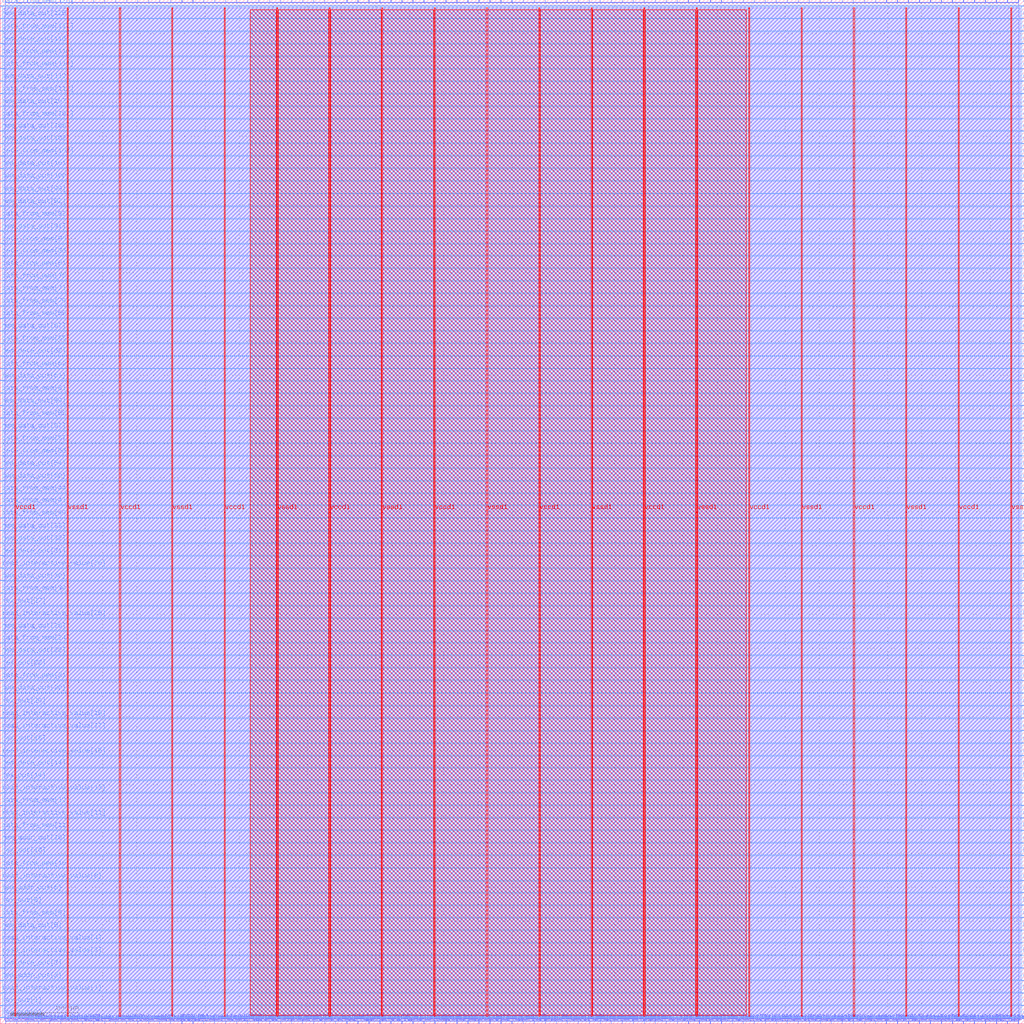
<source format=lef>
VERSION 5.7 ;
  NOWIREEXTENSIONATPIN ON ;
  DIVIDERCHAR "/" ;
  BUSBITCHARS "[]" ;
MACRO core
  CLASS BLOCK ;
  FOREIGN core ;
  ORIGIN 0.000 0.000 ;
  SIZE 1500.000 BY 1500.000 ;
  PIN clk
    DIRECTION INPUT ;
    USE SIGNAL ;
    PORT
      LAYER met2 ;
        RECT 7.910 1496.000 8.190 1500.000 ;
    END
  END clk
  PIN data_from_mem[0]
    DIRECTION INPUT ;
    USE SIGNAL ;
    PORT
      LAYER met3 ;
        RECT 1496.000 8.880 1500.000 9.480 ;
    END
  END data_from_mem[0]
  PIN data_from_mem[100]
    DIRECTION INPUT ;
    USE SIGNAL ;
    PORT
      LAYER met2 ;
        RECT 1346.510 1496.000 1346.790 1500.000 ;
    END
  END data_from_mem[100]
  PIN data_from_mem[101]
    DIRECTION INPUT ;
    USE SIGNAL ;
    PORT
      LAYER met2 ;
        RECT 1233.350 0.000 1233.630 4.000 ;
    END
  END data_from_mem[101]
  PIN data_from_mem[102]
    DIRECTION INPUT ;
    USE SIGNAL ;
    PORT
      LAYER met3 ;
        RECT 0.000 1270.960 4.000 1271.560 ;
    END
  END data_from_mem[102]
  PIN data_from_mem[103]
    DIRECTION INPUT ;
    USE SIGNAL ;
    PORT
      LAYER met3 ;
        RECT 1496.000 1252.600 1500.000 1253.200 ;
    END
  END data_from_mem[103]
  PIN data_from_mem[104]
    DIRECTION INPUT ;
    USE SIGNAL ;
    PORT
      LAYER met3 ;
        RECT 1496.000 1270.960 1500.000 1271.560 ;
    END
  END data_from_mem[104]
  PIN data_from_mem[105]
    DIRECTION INPUT ;
    USE SIGNAL ;
    PORT
      LAYER met2 ;
        RECT 1282.110 0.000 1282.390 4.000 ;
    END
  END data_from_mem[105]
  PIN data_from_mem[106]
    DIRECTION INPUT ;
    USE SIGNAL ;
    PORT
      LAYER met2 ;
        RECT 1298.210 0.000 1298.490 4.000 ;
    END
  END data_from_mem[106]
  PIN data_from_mem[107]
    DIRECTION INPUT ;
    USE SIGNAL ;
    PORT
      LAYER met3 ;
        RECT 0.000 1325.360 4.000 1325.960 ;
    END
  END data_from_mem[107]
  PIN data_from_mem[108]
    DIRECTION INPUT ;
    USE SIGNAL ;
    PORT
      LAYER met2 ;
        RECT 1314.310 0.000 1314.590 4.000 ;
    END
  END data_from_mem[108]
  PIN data_from_mem[109]
    DIRECTION INPUT ;
    USE SIGNAL ;
    PORT
      LAYER met2 ;
        RECT 1346.510 0.000 1346.790 4.000 ;
    END
  END data_from_mem[109]
  PIN data_from_mem[10]
    DIRECTION INPUT ;
    USE SIGNAL ;
    PORT
      LAYER met3 ;
        RECT 0.000 227.840 4.000 228.440 ;
    END
  END data_from_mem[10]
  PIN data_from_mem[110]
    DIRECTION INPUT ;
    USE SIGNAL ;
    PORT
      LAYER met2 ;
        RECT 1362.610 0.000 1362.890 4.000 ;
    END
  END data_from_mem[110]
  PIN data_from_mem[111]
    DIRECTION INPUT ;
    USE SIGNAL ;
    PORT
      LAYER met2 ;
        RECT 1378.710 0.000 1378.990 4.000 ;
    END
  END data_from_mem[111]
  PIN data_from_mem[112]
    DIRECTION INPUT ;
    USE SIGNAL ;
    PORT
      LAYER met3 ;
        RECT 0.000 1362.080 4.000 1362.680 ;
    END
  END data_from_mem[112]
  PIN data_from_mem[113]
    DIRECTION INPUT ;
    USE SIGNAL ;
    PORT
      LAYER met3 ;
        RECT 1496.000 1325.360 1500.000 1325.960 ;
    END
  END data_from_mem[113]
  PIN data_from_mem[114]
    DIRECTION INPUT ;
    USE SIGNAL ;
    PORT
      LAYER met3 ;
        RECT 0.000 1398.800 4.000 1399.400 ;
    END
  END data_from_mem[114]
  PIN data_from_mem[115]
    DIRECTION INPUT ;
    USE SIGNAL ;
    PORT
      LAYER met2 ;
        RECT 1410.910 1496.000 1411.190 1500.000 ;
    END
  END data_from_mem[115]
  PIN data_from_mem[116]
    DIRECTION INPUT ;
    USE SIGNAL ;
    PORT
      LAYER met3 ;
        RECT 0.000 1417.160 4.000 1417.760 ;
    END
  END data_from_mem[116]
  PIN data_from_mem[117]
    DIRECTION INPUT ;
    USE SIGNAL ;
    PORT
      LAYER met3 ;
        RECT 0.000 1453.880 4.000 1454.480 ;
    END
  END data_from_mem[117]
  PIN data_from_mem[118]
    DIRECTION INPUT ;
    USE SIGNAL ;
    PORT
      LAYER met2 ;
        RECT 1427.010 0.000 1427.290 4.000 ;
    END
  END data_from_mem[118]
  PIN data_from_mem[119]
    DIRECTION INPUT ;
    USE SIGNAL ;
    PORT
      LAYER met3 ;
        RECT 1496.000 1343.720 1500.000 1344.320 ;
    END
  END data_from_mem[119]
  PIN data_from_mem[11]
    DIRECTION INPUT ;
    USE SIGNAL ;
    PORT
      LAYER met3 ;
        RECT 0.000 282.920 4.000 283.520 ;
    END
  END data_from_mem[11]
  PIN data_from_mem[120]
    DIRECTION INPUT ;
    USE SIGNAL ;
    PORT
      LAYER met2 ;
        RECT 1443.110 1496.000 1443.390 1500.000 ;
    END
  END data_from_mem[120]
  PIN data_from_mem[121]
    DIRECTION INPUT ;
    USE SIGNAL ;
    PORT
      LAYER met2 ;
        RECT 1459.210 1496.000 1459.490 1500.000 ;
    END
  END data_from_mem[121]
  PIN data_from_mem[122]
    DIRECTION INPUT ;
    USE SIGNAL ;
    PORT
      LAYER met3 ;
        RECT 1496.000 1398.800 1500.000 1399.400 ;
    END
  END data_from_mem[122]
  PIN data_from_mem[123]
    DIRECTION INPUT ;
    USE SIGNAL ;
    PORT
      LAYER met2 ;
        RECT 1459.210 0.000 1459.490 4.000 ;
    END
  END data_from_mem[123]
  PIN data_from_mem[124]
    DIRECTION INPUT ;
    USE SIGNAL ;
    PORT
      LAYER met3 ;
        RECT 1496.000 1435.520 1500.000 1436.120 ;
    END
  END data_from_mem[124]
  PIN data_from_mem[125]
    DIRECTION INPUT ;
    USE SIGNAL ;
    PORT
      LAYER met2 ;
        RECT 1475.310 0.000 1475.590 4.000 ;
    END
  END data_from_mem[125]
  PIN data_from_mem[126]
    DIRECTION INPUT ;
    USE SIGNAL ;
    PORT
      LAYER met3 ;
        RECT 0.000 1490.600 4.000 1491.200 ;
    END
  END data_from_mem[126]
  PIN data_from_mem[127]
    DIRECTION INPUT ;
    USE SIGNAL ;
    PORT
      LAYER met3 ;
        RECT 1496.000 1490.600 1500.000 1491.200 ;
    END
  END data_from_mem[127]
  PIN data_from_mem[12]
    DIRECTION INPUT ;
    USE SIGNAL ;
    PORT
      LAYER met3 ;
        RECT 0.000 319.640 4.000 320.240 ;
    END
  END data_from_mem[12]
  PIN data_from_mem[13]
    DIRECTION INPUT ;
    USE SIGNAL ;
    PORT
      LAYER met3 ;
        RECT 1496.000 338.000 1500.000 338.600 ;
    END
  END data_from_mem[13]
  PIN data_from_mem[14]
    DIRECTION INPUT ;
    USE SIGNAL ;
    PORT
      LAYER met2 ;
        RECT 426.970 1496.000 427.250 1500.000 ;
    END
  END data_from_mem[14]
  PIN data_from_mem[15]
    DIRECTION INPUT ;
    USE SIGNAL ;
    PORT
      LAYER met3 ;
        RECT 1496.000 392.400 1500.000 393.000 ;
    END
  END data_from_mem[15]
  PIN data_from_mem[16]
    DIRECTION INPUT ;
    USE SIGNAL ;
    PORT
      LAYER met2 ;
        RECT 282.070 0.000 282.350 4.000 ;
    END
  END data_from_mem[16]
  PIN data_from_mem[17]
    DIRECTION INPUT ;
    USE SIGNAL ;
    PORT
      LAYER met2 ;
        RECT 491.370 1496.000 491.650 1500.000 ;
    END
  END data_from_mem[17]
  PIN data_from_mem[18]
    DIRECTION INPUT ;
    USE SIGNAL ;
    PORT
      LAYER met2 ;
        RECT 346.470 0.000 346.750 4.000 ;
    END
  END data_from_mem[18]
  PIN data_from_mem[19]
    DIRECTION INPUT ;
    USE SIGNAL ;
    PORT
      LAYER met3 ;
        RECT 1496.000 484.200 1500.000 484.800 ;
    END
  END data_from_mem[19]
  PIN data_from_mem[1]
    DIRECTION INPUT ;
    USE SIGNAL ;
    PORT
      LAYER met3 ;
        RECT 1496.000 26.560 1500.000 27.160 ;
    END
  END data_from_mem[1]
  PIN data_from_mem[20]
    DIRECTION INPUT ;
    USE SIGNAL ;
    PORT
      LAYER met3 ;
        RECT 1496.000 502.560 1500.000 503.160 ;
    END
  END data_from_mem[20]
  PIN data_from_mem[21]
    DIRECTION INPUT ;
    USE SIGNAL ;
    PORT
      LAYER met3 ;
        RECT 0.000 502.560 4.000 503.160 ;
    END
  END data_from_mem[21]
  PIN data_from_mem[22]
    DIRECTION INPUT ;
    USE SIGNAL ;
    PORT
      LAYER met2 ;
        RECT 588.430 1496.000 588.710 1500.000 ;
    END
  END data_from_mem[22]
  PIN data_from_mem[23]
    DIRECTION INPUT ;
    USE SIGNAL ;
    PORT
      LAYER met3 ;
        RECT 1496.000 575.320 1500.000 575.920 ;
    END
  END data_from_mem[23]
  PIN data_from_mem[24]
    DIRECTION INPUT ;
    USE SIGNAL ;
    PORT
      LAYER met3 ;
        RECT 0.000 557.640 4.000 558.240 ;
    END
  END data_from_mem[24]
  PIN data_from_mem[25]
    DIRECTION INPUT ;
    USE SIGNAL ;
    PORT
      LAYER met2 ;
        RECT 459.170 0.000 459.450 4.000 ;
    END
  END data_from_mem[25]
  PIN data_from_mem[26]
    DIRECTION INPUT ;
    USE SIGNAL ;
    PORT
      LAYER met3 ;
        RECT 1496.000 612.040 1500.000 612.640 ;
    END
  END data_from_mem[26]
  PIN data_from_mem[27]
    DIRECTION INPUT ;
    USE SIGNAL ;
    PORT
      LAYER met2 ;
        RECT 668.930 1496.000 669.210 1500.000 ;
    END
  END data_from_mem[27]
  PIN data_from_mem[28]
    DIRECTION INPUT ;
    USE SIGNAL ;
    PORT
      LAYER met3 ;
        RECT 1496.000 630.400 1500.000 631.000 ;
    END
  END data_from_mem[28]
  PIN data_from_mem[29]
    DIRECTION INPUT ;
    USE SIGNAL ;
    PORT
      LAYER met2 ;
        RECT 733.330 1496.000 733.610 1500.000 ;
    END
  END data_from_mem[29]
  PIN data_from_mem[2]
    DIRECTION INPUT ;
    USE SIGNAL ;
    PORT
      LAYER met2 ;
        RECT 201.110 1496.000 201.390 1500.000 ;
    END
  END data_from_mem[2]
  PIN data_from_mem[30]
    DIRECTION INPUT ;
    USE SIGNAL ;
    PORT
      LAYER met3 ;
        RECT 0.000 630.400 4.000 631.000 ;
    END
  END data_from_mem[30]
  PIN data_from_mem[31]
    DIRECTION INPUT ;
    USE SIGNAL ;
    PORT
      LAYER met2 ;
        RECT 765.990 1496.000 766.270 1500.000 ;
    END
  END data_from_mem[31]
  PIN data_from_mem[32]
    DIRECTION INPUT ;
    USE SIGNAL ;
    PORT
      LAYER met2 ;
        RECT 782.090 1496.000 782.370 1500.000 ;
    END
  END data_from_mem[32]
  PIN data_from_mem[33]
    DIRECTION INPUT ;
    USE SIGNAL ;
    PORT
      LAYER met3 ;
        RECT 1496.000 703.840 1500.000 704.440 ;
    END
  END data_from_mem[33]
  PIN data_from_mem[34]
    DIRECTION INPUT ;
    USE SIGNAL ;
    PORT
      LAYER met2 ;
        RECT 798.190 1496.000 798.470 1500.000 ;
    END
  END data_from_mem[34]
  PIN data_from_mem[35]
    DIRECTION INPUT ;
    USE SIGNAL ;
    PORT
      LAYER met2 ;
        RECT 556.230 0.000 556.510 4.000 ;
    END
  END data_from_mem[35]
  PIN data_from_mem[36]
    DIRECTION INPUT ;
    USE SIGNAL ;
    PORT
      LAYER met2 ;
        RECT 814.290 1496.000 814.570 1500.000 ;
    END
  END data_from_mem[36]
  PIN data_from_mem[37]
    DIRECTION INPUT ;
    USE SIGNAL ;
    PORT
      LAYER met2 ;
        RECT 572.330 0.000 572.610 4.000 ;
    END
  END data_from_mem[37]
  PIN data_from_mem[38]
    DIRECTION INPUT ;
    USE SIGNAL ;
    PORT
      LAYER met3 ;
        RECT 1496.000 776.600 1500.000 777.200 ;
    END
  END data_from_mem[38]
  PIN data_from_mem[39]
    DIRECTION INPUT ;
    USE SIGNAL ;
    PORT
      LAYER met2 ;
        RECT 588.430 0.000 588.710 4.000 ;
    END
  END data_from_mem[39]
  PIN data_from_mem[3]
    DIRECTION INPUT ;
    USE SIGNAL ;
    PORT
      LAYER met3 ;
        RECT 1496.000 63.280 1500.000 63.880 ;
    END
  END data_from_mem[3]
  PIN data_from_mem[40]
    DIRECTION INPUT ;
    USE SIGNAL ;
    PORT
      LAYER met3 ;
        RECT 0.000 740.560 4.000 741.160 ;
    END
  END data_from_mem[40]
  PIN data_from_mem[41]
    DIRECTION INPUT ;
    USE SIGNAL ;
    PORT
      LAYER met3 ;
        RECT 0.000 758.920 4.000 759.520 ;
    END
  END data_from_mem[41]
  PIN data_from_mem[42]
    DIRECTION INPUT ;
    USE SIGNAL ;
    PORT
      LAYER met2 ;
        RECT 620.630 0.000 620.910 4.000 ;
    END
  END data_from_mem[42]
  PIN data_from_mem[43]
    DIRECTION INPUT ;
    USE SIGNAL ;
    PORT
      LAYER met2 ;
        RECT 636.730 0.000 637.010 4.000 ;
    END
  END data_from_mem[43]
  PIN data_from_mem[44]
    DIRECTION INPUT ;
    USE SIGNAL ;
    PORT
      LAYER met3 ;
        RECT 0.000 776.600 4.000 777.200 ;
    END
  END data_from_mem[44]
  PIN data_from_mem[45]
    DIRECTION INPUT ;
    USE SIGNAL ;
    PORT
      LAYER met2 ;
        RECT 878.690 1496.000 878.970 1500.000 ;
    END
  END data_from_mem[45]
  PIN data_from_mem[46]
    DIRECTION INPUT ;
    USE SIGNAL ;
    PORT
      LAYER met3 ;
        RECT 1496.000 831.680 1500.000 832.280 ;
    END
  END data_from_mem[46]
  PIN data_from_mem[47]
    DIRECTION INPUT ;
    USE SIGNAL ;
    PORT
      LAYER met2 ;
        RECT 685.030 0.000 685.310 4.000 ;
    END
  END data_from_mem[47]
  PIN data_from_mem[48]
    DIRECTION INPUT ;
    USE SIGNAL ;
    PORT
      LAYER met3 ;
        RECT 1496.000 868.400 1500.000 869.000 ;
    END
  END data_from_mem[48]
  PIN data_from_mem[49]
    DIRECTION INPUT ;
    USE SIGNAL ;
    PORT
      LAYER met2 ;
        RECT 701.130 0.000 701.410 4.000 ;
    END
  END data_from_mem[49]
  PIN data_from_mem[4]
    DIRECTION INPUT ;
    USE SIGNAL ;
    PORT
      LAYER met3 ;
        RECT 1496.000 81.640 1500.000 82.240 ;
    END
  END data_from_mem[4]
  PIN data_from_mem[50]
    DIRECTION INPUT ;
    USE SIGNAL ;
    PORT
      LAYER met2 ;
        RECT 943.090 1496.000 943.370 1500.000 ;
    END
  END data_from_mem[50]
  PIN data_from_mem[51]
    DIRECTION INPUT ;
    USE SIGNAL ;
    PORT
      LAYER met3 ;
        RECT 1496.000 905.120 1500.000 905.720 ;
    END
  END data_from_mem[51]
  PIN data_from_mem[52]
    DIRECTION INPUT ;
    USE SIGNAL ;
    PORT
      LAYER met2 ;
        RECT 733.330 0.000 733.610 4.000 ;
    END
  END data_from_mem[52]
  PIN data_from_mem[53]
    DIRECTION INPUT ;
    USE SIGNAL ;
    PORT
      LAYER met2 ;
        RECT 959.190 1496.000 959.470 1500.000 ;
    END
  END data_from_mem[53]
  PIN data_from_mem[54]
    DIRECTION INPUT ;
    USE SIGNAL ;
    PORT
      LAYER met3 ;
        RECT 1496.000 923.480 1500.000 924.080 ;
    END
  END data_from_mem[54]
  PIN data_from_mem[55]
    DIRECTION INPUT ;
    USE SIGNAL ;
    PORT
      LAYER met2 ;
        RECT 782.090 0.000 782.370 4.000 ;
    END
  END data_from_mem[55]
  PIN data_from_mem[56]
    DIRECTION INPUT ;
    USE SIGNAL ;
    PORT
      LAYER met3 ;
        RECT 0.000 831.680 4.000 832.280 ;
    END
  END data_from_mem[56]
  PIN data_from_mem[57]
    DIRECTION INPUT ;
    USE SIGNAL ;
    PORT
      LAYER met3 ;
        RECT 0.000 850.040 4.000 850.640 ;
    END
  END data_from_mem[57]
  PIN data_from_mem[58]
    DIRECTION INPUT ;
    USE SIGNAL ;
    PORT
      LAYER met3 ;
        RECT 0.000 886.760 4.000 887.360 ;
    END
  END data_from_mem[58]
  PIN data_from_mem[59]
    DIRECTION INPUT ;
    USE SIGNAL ;
    PORT
      LAYER met3 ;
        RECT 1496.000 959.520 1500.000 960.120 ;
    END
  END data_from_mem[59]
  PIN data_from_mem[5]
    DIRECTION INPUT ;
    USE SIGNAL ;
    PORT
      LAYER met2 ;
        RECT 265.970 1496.000 266.250 1500.000 ;
    END
  END data_from_mem[5]
  PIN data_from_mem[60]
    DIRECTION INPUT ;
    USE SIGNAL ;
    PORT
      LAYER met2 ;
        RECT 814.290 0.000 814.570 4.000 ;
    END
  END data_from_mem[60]
  PIN data_from_mem[61]
    DIRECTION INPUT ;
    USE SIGNAL ;
    PORT
      LAYER met3 ;
        RECT 0.000 923.480 4.000 924.080 ;
    END
  END data_from_mem[61]
  PIN data_from_mem[62]
    DIRECTION INPUT ;
    USE SIGNAL ;
    PORT
      LAYER met3 ;
        RECT 0.000 959.520 4.000 960.120 ;
    END
  END data_from_mem[62]
  PIN data_from_mem[63]
    DIRECTION INPUT ;
    USE SIGNAL ;
    PORT
      LAYER met2 ;
        RECT 830.390 0.000 830.670 4.000 ;
    END
  END data_from_mem[63]
  PIN data_from_mem[64]
    DIRECTION INPUT ;
    USE SIGNAL ;
    PORT
      LAYER met3 ;
        RECT 1496.000 977.880 1500.000 978.480 ;
    END
  END data_from_mem[64]
  PIN data_from_mem[65]
    DIRECTION INPUT ;
    USE SIGNAL ;
    PORT
      LAYER met3 ;
        RECT 0.000 996.240 4.000 996.840 ;
    END
  END data_from_mem[65]
  PIN data_from_mem[66]
    DIRECTION INPUT ;
    USE SIGNAL ;
    PORT
      LAYER met2 ;
        RECT 846.490 0.000 846.770 4.000 ;
    END
  END data_from_mem[66]
  PIN data_from_mem[67]
    DIRECTION INPUT ;
    USE SIGNAL ;
    PORT
      LAYER met3 ;
        RECT 1496.000 996.240 1500.000 996.840 ;
    END
  END data_from_mem[67]
  PIN data_from_mem[68]
    DIRECTION INPUT ;
    USE SIGNAL ;
    PORT
      LAYER met2 ;
        RECT 862.590 0.000 862.870 4.000 ;
    END
  END data_from_mem[68]
  PIN data_from_mem[69]
    DIRECTION INPUT ;
    USE SIGNAL ;
    PORT
      LAYER met3 ;
        RECT 0.000 1032.960 4.000 1033.560 ;
    END
  END data_from_mem[69]
  PIN data_from_mem[6]
    DIRECTION INPUT ;
    USE SIGNAL ;
    PORT
      LAYER met3 ;
        RECT 0.000 155.080 4.000 155.680 ;
    END
  END data_from_mem[6]
  PIN data_from_mem[70]
    DIRECTION INPUT ;
    USE SIGNAL ;
    PORT
      LAYER met3 ;
        RECT 0.000 1051.320 4.000 1051.920 ;
    END
  END data_from_mem[70]
  PIN data_from_mem[71]
    DIRECTION INPUT ;
    USE SIGNAL ;
    PORT
      LAYER met3 ;
        RECT 0.000 1069.680 4.000 1070.280 ;
    END
  END data_from_mem[71]
  PIN data_from_mem[72]
    DIRECTION INPUT ;
    USE SIGNAL ;
    PORT
      LAYER met2 ;
        RECT 926.990 0.000 927.270 4.000 ;
    END
  END data_from_mem[72]
  PIN data_from_mem[73]
    DIRECTION INPUT ;
    USE SIGNAL ;
    PORT
      LAYER met2 ;
        RECT 959.190 0.000 959.470 4.000 ;
    END
  END data_from_mem[73]
  PIN data_from_mem[74]
    DIRECTION INPUT ;
    USE SIGNAL ;
    PORT
      LAYER met2 ;
        RECT 975.290 0.000 975.570 4.000 ;
    END
  END data_from_mem[74]
  PIN data_from_mem[75]
    DIRECTION INPUT ;
    USE SIGNAL ;
    PORT
      LAYER met3 ;
        RECT 0.000 1088.040 4.000 1088.640 ;
    END
  END data_from_mem[75]
  PIN data_from_mem[76]
    DIRECTION INPUT ;
    USE SIGNAL ;
    PORT
      LAYER met2 ;
        RECT 1088.450 1496.000 1088.730 1500.000 ;
    END
  END data_from_mem[76]
  PIN data_from_mem[77]
    DIRECTION INPUT ;
    USE SIGNAL ;
    PORT
      LAYER met2 ;
        RECT 1024.050 0.000 1024.330 4.000 ;
    END
  END data_from_mem[77]
  PIN data_from_mem[78]
    DIRECTION INPUT ;
    USE SIGNAL ;
    PORT
      LAYER met3 ;
        RECT 1496.000 1051.320 1500.000 1051.920 ;
    END
  END data_from_mem[78]
  PIN data_from_mem[79]
    DIRECTION INPUT ;
    USE SIGNAL ;
    PORT
      LAYER met3 ;
        RECT 1496.000 1088.040 1500.000 1088.640 ;
    END
  END data_from_mem[79]
  PIN data_from_mem[7]
    DIRECTION INPUT ;
    USE SIGNAL ;
    PORT
      LAYER met3 ;
        RECT 1496.000 118.360 1500.000 118.960 ;
    END
  END data_from_mem[7]
  PIN data_from_mem[80]
    DIRECTION INPUT ;
    USE SIGNAL ;
    PORT
      LAYER met2 ;
        RECT 1056.250 0.000 1056.530 4.000 ;
    END
  END data_from_mem[80]
  PIN data_from_mem[81]
    DIRECTION INPUT ;
    USE SIGNAL ;
    PORT
      LAYER met3 ;
        RECT 0.000 1106.400 4.000 1107.000 ;
    END
  END data_from_mem[81]
  PIN data_from_mem[82]
    DIRECTION INPUT ;
    USE SIGNAL ;
    PORT
      LAYER met2 ;
        RECT 1120.650 1496.000 1120.930 1500.000 ;
    END
  END data_from_mem[82]
  PIN data_from_mem[83]
    DIRECTION INPUT ;
    USE SIGNAL ;
    PORT
      LAYER met3 ;
        RECT 1496.000 1124.760 1500.000 1125.360 ;
    END
  END data_from_mem[83]
  PIN data_from_mem[84]
    DIRECTION INPUT ;
    USE SIGNAL ;
    PORT
      LAYER met2 ;
        RECT 1104.550 0.000 1104.830 4.000 ;
    END
  END data_from_mem[84]
  PIN data_from_mem[85]
    DIRECTION INPUT ;
    USE SIGNAL ;
    PORT
      LAYER met2 ;
        RECT 1152.850 1496.000 1153.130 1500.000 ;
    END
  END data_from_mem[85]
  PIN data_from_mem[86]
    DIRECTION INPUT ;
    USE SIGNAL ;
    PORT
      LAYER met3 ;
        RECT 0.000 1124.760 4.000 1125.360 ;
    END
  END data_from_mem[86]
  PIN data_from_mem[87]
    DIRECTION INPUT ;
    USE SIGNAL ;
    PORT
      LAYER met2 ;
        RECT 1185.050 1496.000 1185.330 1500.000 ;
    END
  END data_from_mem[87]
  PIN data_from_mem[88]
    DIRECTION INPUT ;
    USE SIGNAL ;
    PORT
      LAYER met2 ;
        RECT 1201.150 1496.000 1201.430 1500.000 ;
    END
  END data_from_mem[88]
  PIN data_from_mem[89]
    DIRECTION INPUT ;
    USE SIGNAL ;
    PORT
      LAYER met2 ;
        RECT 1136.750 0.000 1137.030 4.000 ;
    END
  END data_from_mem[89]
  PIN data_from_mem[8]
    DIRECTION INPUT ;
    USE SIGNAL ;
    PORT
      LAYER met2 ;
        RECT 185.010 0.000 185.290 4.000 ;
    END
  END data_from_mem[8]
  PIN data_from_mem[90]
    DIRECTION INPUT ;
    USE SIGNAL ;
    PORT
      LAYER met3 ;
        RECT 0.000 1142.440 4.000 1143.040 ;
    END
  END data_from_mem[90]
  PIN data_from_mem[91]
    DIRECTION INPUT ;
    USE SIGNAL ;
    PORT
      LAYER met2 ;
        RECT 1249.450 1496.000 1249.730 1500.000 ;
    END
  END data_from_mem[91]
  PIN data_from_mem[92]
    DIRECTION INPUT ;
    USE SIGNAL ;
    PORT
      LAYER met3 ;
        RECT 0.000 1179.160 4.000 1179.760 ;
    END
  END data_from_mem[92]
  PIN data_from_mem[93]
    DIRECTION INPUT ;
    USE SIGNAL ;
    PORT
      LAYER met2 ;
        RECT 1152.850 0.000 1153.130 4.000 ;
    END
  END data_from_mem[93]
  PIN data_from_mem[94]
    DIRECTION INPUT ;
    USE SIGNAL ;
    PORT
      LAYER met2 ;
        RECT 1266.010 1496.000 1266.290 1500.000 ;
    END
  END data_from_mem[94]
  PIN data_from_mem[95]
    DIRECTION INPUT ;
    USE SIGNAL ;
    PORT
      LAYER met2 ;
        RECT 1282.110 1496.000 1282.390 1500.000 ;
    END
  END data_from_mem[95]
  PIN data_from_mem[96]
    DIRECTION INPUT ;
    USE SIGNAL ;
    PORT
      LAYER met2 ;
        RECT 1201.150 0.000 1201.430 4.000 ;
    END
  END data_from_mem[96]
  PIN data_from_mem[97]
    DIRECTION INPUT ;
    USE SIGNAL ;
    PORT
      LAYER met2 ;
        RECT 1217.250 0.000 1217.530 4.000 ;
    END
  END data_from_mem[97]
  PIN data_from_mem[98]
    DIRECTION INPUT ;
    USE SIGNAL ;
    PORT
      LAYER met3 ;
        RECT 1496.000 1215.880 1500.000 1216.480 ;
    END
  END data_from_mem[98]
  PIN data_from_mem[99]
    DIRECTION INPUT ;
    USE SIGNAL ;
    PORT
      LAYER met2 ;
        RECT 1330.410 1496.000 1330.690 1500.000 ;
    END
  END data_from_mem[99]
  PIN data_from_mem[9]
    DIRECTION INPUT ;
    USE SIGNAL ;
    PORT
      LAYER met2 ;
        RECT 233.310 0.000 233.590 4.000 ;
    END
  END data_from_mem[9]
  PIN hex_out[0]
    DIRECTION OUTPUT TRISTATE ;
    USE SIGNAL ;
    PORT
      LAYER met3 ;
        RECT 0.000 8.880 4.000 9.480 ;
    END
  END hex_out[0]
  PIN hex_out[10]
    DIRECTION OUTPUT TRISTATE ;
    USE SIGNAL ;
    PORT
      LAYER met3 ;
        RECT 0.000 246.200 4.000 246.800 ;
    END
  END hex_out[10]
  PIN hex_out[11]
    DIRECTION OUTPUT TRISTATE ;
    USE SIGNAL ;
    PORT
      LAYER met3 ;
        RECT 1496.000 246.200 1500.000 246.800 ;
    END
  END hex_out[11]
  PIN hex_out[12]
    DIRECTION OUTPUT TRISTATE ;
    USE SIGNAL ;
    PORT
      LAYER met3 ;
        RECT 1496.000 282.920 1500.000 283.520 ;
    END
  END hex_out[12]
  PIN hex_out[13]
    DIRECTION OUTPUT TRISTATE ;
    USE SIGNAL ;
    PORT
      LAYER met3 ;
        RECT 1496.000 356.360 1500.000 356.960 ;
    END
  END hex_out[13]
  PIN hex_out[14]
    DIRECTION OUTPUT TRISTATE ;
    USE SIGNAL ;
    PORT
      LAYER met3 ;
        RECT 0.000 356.360 4.000 356.960 ;
    END
  END hex_out[14]
  PIN hex_out[15]
    DIRECTION OUTPUT TRISTATE ;
    USE SIGNAL ;
    PORT
      LAYER met2 ;
        RECT 443.070 1496.000 443.350 1500.000 ;
    END
  END hex_out[15]
  PIN hex_out[16]
    DIRECTION OUTPUT TRISTATE ;
    USE SIGNAL ;
    PORT
      LAYER met3 ;
        RECT 0.000 410.760 4.000 411.360 ;
    END
  END hex_out[16]
  PIN hex_out[17]
    DIRECTION OUTPUT TRISTATE ;
    USE SIGNAL ;
    PORT
      LAYER met2 ;
        RECT 314.270 0.000 314.550 4.000 ;
    END
  END hex_out[17]
  PIN hex_out[18]
    DIRECTION OUTPUT TRISTATE ;
    USE SIGNAL ;
    PORT
      LAYER met3 ;
        RECT 1496.000 447.480 1500.000 448.080 ;
    END
  END hex_out[18]
  PIN hex_out[19]
    DIRECTION OUTPUT TRISTATE ;
    USE SIGNAL ;
    PORT
      LAYER met2 ;
        RECT 524.030 1496.000 524.310 1500.000 ;
    END
  END hex_out[19]
  PIN hex_out[1]
    DIRECTION OUTPUT TRISTATE ;
    USE SIGNAL ;
    PORT
      LAYER met3 ;
        RECT 0.000 26.560 4.000 27.160 ;
    END
  END hex_out[1]
  PIN hex_out[20]
    DIRECTION OUTPUT TRISTATE ;
    USE SIGNAL ;
    PORT
      LAYER met3 ;
        RECT 0.000 465.840 4.000 466.440 ;
    END
  END hex_out[20]
  PIN hex_out[21]
    DIRECTION OUTPUT TRISTATE ;
    USE SIGNAL ;
    PORT
      LAYER met3 ;
        RECT 1496.000 520.920 1500.000 521.520 ;
    END
  END hex_out[21]
  PIN hex_out[22]
    DIRECTION OUTPUT TRISTATE ;
    USE SIGNAL ;
    PORT
      LAYER met3 ;
        RECT 0.000 520.920 4.000 521.520 ;
    END
  END hex_out[22]
  PIN hex_out[23]
    DIRECTION OUTPUT TRISTATE ;
    USE SIGNAL ;
    PORT
      LAYER met2 ;
        RECT 604.530 1496.000 604.810 1500.000 ;
    END
  END hex_out[23]
  PIN hex_out[24]
    DIRECTION OUTPUT TRISTATE ;
    USE SIGNAL ;
    PORT
      LAYER met3 ;
        RECT 1496.000 593.680 1500.000 594.280 ;
    END
  END hex_out[24]
  PIN hex_out[25]
    DIRECTION OUTPUT TRISTATE ;
    USE SIGNAL ;
    PORT
      LAYER met2 ;
        RECT 620.630 1496.000 620.910 1500.000 ;
    END
  END hex_out[25]
  PIN hex_out[26]
    DIRECTION OUTPUT TRISTATE ;
    USE SIGNAL ;
    PORT
      LAYER met2 ;
        RECT 475.270 0.000 475.550 4.000 ;
    END
  END hex_out[26]
  PIN hex_out[27]
    DIRECTION OUTPUT TRISTATE ;
    USE SIGNAL ;
    PORT
      LAYER met3 ;
        RECT 0.000 612.040 4.000 612.640 ;
    END
  END hex_out[27]
  PIN hex_out[28]
    DIRECTION OUTPUT TRISTATE ;
    USE SIGNAL ;
    PORT
      LAYER met2 ;
        RECT 685.030 1496.000 685.310 1500.000 ;
    END
  END hex_out[28]
  PIN hex_out[29]
    DIRECTION OUTPUT TRISTATE ;
    USE SIGNAL ;
    PORT
      LAYER met3 ;
        RECT 1496.000 648.760 1500.000 649.360 ;
    END
  END hex_out[29]
  PIN hex_out[2]
    DIRECTION OUTPUT TRISTATE ;
    USE SIGNAL ;
    PORT
      LAYER met3 ;
        RECT 1496.000 44.920 1500.000 45.520 ;
    END
  END hex_out[2]
  PIN hex_out[30]
    DIRECTION OUTPUT TRISTATE ;
    USE SIGNAL ;
    PORT
      LAYER met2 ;
        RECT 540.130 0.000 540.410 4.000 ;
    END
  END hex_out[30]
  PIN hex_out[31]
    DIRECTION OUTPUT TRISTATE ;
    USE SIGNAL ;
    PORT
      LAYER met3 ;
        RECT 1496.000 667.120 1500.000 667.720 ;
    END
  END hex_out[31]
  PIN hex_out[3]
    DIRECTION OUTPUT TRISTATE ;
    USE SIGNAL ;
    PORT
      LAYER met2 ;
        RECT 88.410 0.000 88.690 4.000 ;
    END
  END hex_out[3]
  PIN hex_out[4]
    DIRECTION OUTPUT TRISTATE ;
    USE SIGNAL ;
    PORT
      LAYER met2 ;
        RECT 104.510 0.000 104.790 4.000 ;
    END
  END hex_out[4]
  PIN hex_out[5]
    DIRECTION OUTPUT TRISTATE ;
    USE SIGNAL ;
    PORT
      LAYER met3 ;
        RECT 1496.000 100.000 1500.000 100.600 ;
    END
  END hex_out[5]
  PIN hex_out[6]
    DIRECTION OUTPUT TRISTATE ;
    USE SIGNAL ;
    PORT
      LAYER met3 ;
        RECT 0.000 173.440 4.000 174.040 ;
    END
  END hex_out[6]
  PIN hex_out[7]
    DIRECTION OUTPUT TRISTATE ;
    USE SIGNAL ;
    PORT
      LAYER met3 ;
        RECT 1496.000 136.720 1500.000 137.320 ;
    END
  END hex_out[7]
  PIN hex_out[8]
    DIRECTION OUTPUT TRISTATE ;
    USE SIGNAL ;
    PORT
      LAYER met2 ;
        RECT 314.270 1496.000 314.550 1500.000 ;
    END
  END hex_out[8]
  PIN hex_out[9]
    DIRECTION OUTPUT TRISTATE ;
    USE SIGNAL ;
    PORT
      LAYER met3 ;
        RECT 1496.000 173.440 1500.000 174.040 ;
    END
  END hex_out[9]
  PIN hex_req
    DIRECTION OUTPUT TRISTATE ;
    USE SIGNAL ;
    PORT
      LAYER met2 ;
        RECT 72.310 1496.000 72.590 1500.000 ;
    END
  END hex_req
  PIN is_mem_ready
    DIRECTION INPUT ;
    USE SIGNAL ;
    PORT
      LAYER met2 ;
        RECT 7.910 0.000 8.190 4.000 ;
    END
  END is_mem_ready
  PIN is_mem_req
    DIRECTION OUTPUT TRISTATE ;
    USE SIGNAL ;
    PORT
      LAYER met2 ;
        RECT 104.510 1496.000 104.790 1500.000 ;
    END
  END is_mem_req
  PIN is_mem_req_reset
    DIRECTION OUTPUT TRISTATE ;
    USE SIGNAL ;
    PORT
      LAYER met2 ;
        RECT 120.610 1496.000 120.890 1500.000 ;
    END
  END is_mem_req_reset
  PIN is_memory_we
    DIRECTION OUTPUT TRISTATE ;
    USE SIGNAL ;
    PORT
      LAYER met2 ;
        RECT 24.010 0.000 24.290 4.000 ;
    END
  END is_memory_we
  PIN is_print_done
    DIRECTION INPUT ;
    USE SIGNAL ;
    PORT
      LAYER met2 ;
        RECT 88.410 1496.000 88.690 1500.000 ;
    END
  END is_print_done
  PIN mem_addr_out[0]
    DIRECTION OUTPUT TRISTATE ;
    USE SIGNAL ;
    PORT
      LAYER met2 ;
        RECT 136.710 1496.000 136.990 1500.000 ;
    END
  END mem_addr_out[0]
  PIN mem_addr_out[10]
    DIRECTION OUTPUT TRISTATE ;
    USE SIGNAL ;
    PORT
      LAYER met3 ;
        RECT 0.000 264.560 4.000 265.160 ;
    END
  END mem_addr_out[10]
  PIN mem_addr_out[11]
    DIRECTION OUTPUT TRISTATE ;
    USE SIGNAL ;
    PORT
      LAYER met3 ;
        RECT 1496.000 264.560 1500.000 265.160 ;
    END
  END mem_addr_out[11]
  PIN mem_addr_out[12]
    DIRECTION OUTPUT TRISTATE ;
    USE SIGNAL ;
    PORT
      LAYER met3 ;
        RECT 1496.000 301.280 1500.000 301.880 ;
    END
  END mem_addr_out[12]
  PIN mem_addr_out[13]
    DIRECTION OUTPUT TRISTATE ;
    USE SIGNAL ;
    PORT
      LAYER met2 ;
        RECT 394.770 1496.000 395.050 1500.000 ;
    END
  END mem_addr_out[13]
  PIN mem_addr_out[14]
    DIRECTION OUTPUT TRISTATE ;
    USE SIGNAL ;
    PORT
      LAYER met3 ;
        RECT 1496.000 374.720 1500.000 375.320 ;
    END
  END mem_addr_out[14]
  PIN mem_addr_out[15]
    DIRECTION OUTPUT TRISTATE ;
    USE SIGNAL ;
    PORT
      LAYER met3 ;
        RECT 1496.000 410.760 1500.000 411.360 ;
    END
  END mem_addr_out[15]
  PIN mem_addr_out[16]
    DIRECTION OUTPUT TRISTATE ;
    USE SIGNAL ;
    PORT
      LAYER met2 ;
        RECT 298.170 0.000 298.450 4.000 ;
    END
  END mem_addr_out[16]
  PIN mem_addr_out[17]
    DIRECTION OUTPUT TRISTATE ;
    USE SIGNAL ;
    PORT
      LAYER met2 ;
        RECT 330.370 0.000 330.650 4.000 ;
    END
  END mem_addr_out[17]
  PIN mem_addr_out[18]
    DIRECTION OUTPUT TRISTATE ;
    USE SIGNAL ;
    PORT
      LAYER met2 ;
        RECT 507.930 1496.000 508.210 1500.000 ;
    END
  END mem_addr_out[18]
  PIN mem_addr_out[19]
    DIRECTION OUTPUT TRISTATE ;
    USE SIGNAL ;
    PORT
      LAYER met2 ;
        RECT 540.130 1496.000 540.410 1500.000 ;
    END
  END mem_addr_out[19]
  PIN mem_addr_out[1]
    DIRECTION OUTPUT TRISTATE ;
    USE SIGNAL ;
    PORT
      LAYER met2 ;
        RECT 40.110 0.000 40.390 4.000 ;
    END
  END mem_addr_out[1]
  PIN mem_addr_out[2]
    DIRECTION OUTPUT TRISTATE ;
    USE SIGNAL ;
    PORT
      LAYER met3 ;
        RECT 0.000 63.280 4.000 63.880 ;
    END
  END mem_addr_out[2]
  PIN mem_addr_out[3]
    DIRECTION OUTPUT TRISTATE ;
    USE SIGNAL ;
    PORT
      LAYER met2 ;
        RECT 217.210 1496.000 217.490 1500.000 ;
    END
  END mem_addr_out[3]
  PIN mem_addr_out[4]
    DIRECTION OUTPUT TRISTATE ;
    USE SIGNAL ;
    PORT
      LAYER met2 ;
        RECT 233.310 1496.000 233.590 1500.000 ;
    END
  END mem_addr_out[4]
  PIN mem_addr_out[5]
    DIRECTION OUTPUT TRISTATE ;
    USE SIGNAL ;
    PORT
      LAYER met2 ;
        RECT 120.610 0.000 120.890 4.000 ;
    END
  END mem_addr_out[5]
  PIN mem_addr_out[6]
    DIRECTION OUTPUT TRISTATE ;
    USE SIGNAL ;
    PORT
      LAYER met3 ;
        RECT 0.000 191.800 4.000 192.400 ;
    END
  END mem_addr_out[6]
  PIN mem_addr_out[7]
    DIRECTION OUTPUT TRISTATE ;
    USE SIGNAL ;
    PORT
      LAYER met3 ;
        RECT 1496.000 155.080 1500.000 155.680 ;
    END
  END mem_addr_out[7]
  PIN mem_addr_out[8]
    DIRECTION OUTPUT TRISTATE ;
    USE SIGNAL ;
    PORT
      LAYER met2 ;
        RECT 201.110 0.000 201.390 4.000 ;
    END
  END mem_addr_out[8]
  PIN mem_addr_out[9]
    DIRECTION OUTPUT TRISTATE ;
    USE SIGNAL ;
    PORT
      LAYER met3 ;
        RECT 1496.000 191.800 1500.000 192.400 ;
    END
  END mem_addr_out[9]
  PIN mem_data_out[0]
    DIRECTION OUTPUT TRISTATE ;
    USE SIGNAL ;
    PORT
      LAYER met2 ;
        RECT 152.810 1496.000 153.090 1500.000 ;
    END
  END mem_data_out[0]
  PIN mem_data_out[100]
    DIRECTION OUTPUT TRISTATE ;
    USE SIGNAL ;
    PORT
      LAYER met3 ;
        RECT 0.000 1234.240 4.000 1234.840 ;
    END
  END mem_data_out[100]
  PIN mem_data_out[101]
    DIRECTION OUTPUT TRISTATE ;
    USE SIGNAL ;
    PORT
      LAYER met3 ;
        RECT 0.000 1252.600 4.000 1253.200 ;
    END
  END mem_data_out[101]
  PIN mem_data_out[102]
    DIRECTION OUTPUT TRISTATE ;
    USE SIGNAL ;
    PORT
      LAYER met3 ;
        RECT 0.000 1289.320 4.000 1289.920 ;
    END
  END mem_data_out[102]
  PIN mem_data_out[103]
    DIRECTION OUTPUT TRISTATE ;
    USE SIGNAL ;
    PORT
      LAYER met2 ;
        RECT 1249.450 0.000 1249.730 4.000 ;
    END
  END mem_data_out[103]
  PIN mem_data_out[104]
    DIRECTION OUTPUT TRISTATE ;
    USE SIGNAL ;
    PORT
      LAYER met2 ;
        RECT 1266.010 0.000 1266.290 4.000 ;
    END
  END mem_data_out[104]
  PIN mem_data_out[105]
    DIRECTION OUTPUT TRISTATE ;
    USE SIGNAL ;
    PORT
      LAYER met3 ;
        RECT 1496.000 1289.320 1500.000 1289.920 ;
    END
  END mem_data_out[105]
  PIN mem_data_out[106]
    DIRECTION OUTPUT TRISTATE ;
    USE SIGNAL ;
    PORT
      LAYER met3 ;
        RECT 0.000 1307.680 4.000 1308.280 ;
    END
  END mem_data_out[106]
  PIN mem_data_out[107]
    DIRECTION OUTPUT TRISTATE ;
    USE SIGNAL ;
    PORT
      LAYER met3 ;
        RECT 0.000 1343.720 4.000 1344.320 ;
    END
  END mem_data_out[107]
  PIN mem_data_out[108]
    DIRECTION OUTPUT TRISTATE ;
    USE SIGNAL ;
    PORT
      LAYER met2 ;
        RECT 1330.410 0.000 1330.690 4.000 ;
    END
  END mem_data_out[108]
  PIN mem_data_out[109]
    DIRECTION OUTPUT TRISTATE ;
    USE SIGNAL ;
    PORT
      LAYER met3 ;
        RECT 1496.000 1307.680 1500.000 1308.280 ;
    END
  END mem_data_out[109]
  PIN mem_data_out[10]
    DIRECTION OUTPUT TRISTATE ;
    USE SIGNAL ;
    PORT
      LAYER met2 ;
        RECT 330.370 1496.000 330.650 1500.000 ;
    END
  END mem_data_out[10]
  PIN mem_data_out[110]
    DIRECTION OUTPUT TRISTATE ;
    USE SIGNAL ;
    PORT
      LAYER met2 ;
        RECT 1362.610 1496.000 1362.890 1500.000 ;
    END
  END mem_data_out[110]
  PIN mem_data_out[111]
    DIRECTION OUTPUT TRISTATE ;
    USE SIGNAL ;
    PORT
      LAYER met2 ;
        RECT 1394.810 0.000 1395.090 4.000 ;
    END
  END mem_data_out[111]
  PIN mem_data_out[112]
    DIRECTION OUTPUT TRISTATE ;
    USE SIGNAL ;
    PORT
      LAYER met3 ;
        RECT 0.000 1380.440 4.000 1381.040 ;
    END
  END mem_data_out[112]
  PIN mem_data_out[113]
    DIRECTION OUTPUT TRISTATE ;
    USE SIGNAL ;
    PORT
      LAYER met2 ;
        RECT 1378.710 1496.000 1378.990 1500.000 ;
    END
  END mem_data_out[113]
  PIN mem_data_out[114]
    DIRECTION OUTPUT TRISTATE ;
    USE SIGNAL ;
    PORT
      LAYER met2 ;
        RECT 1394.810 1496.000 1395.090 1500.000 ;
    END
  END mem_data_out[114]
  PIN mem_data_out[115]
    DIRECTION OUTPUT TRISTATE ;
    USE SIGNAL ;
    PORT
      LAYER met2 ;
        RECT 1427.010 1496.000 1427.290 1500.000 ;
    END
  END mem_data_out[115]
  PIN mem_data_out[116]
    DIRECTION OUTPUT TRISTATE ;
    USE SIGNAL ;
    PORT
      LAYER met3 ;
        RECT 0.000 1435.520 4.000 1436.120 ;
    END
  END mem_data_out[116]
  PIN mem_data_out[117]
    DIRECTION OUTPUT TRISTATE ;
    USE SIGNAL ;
    PORT
      LAYER met2 ;
        RECT 1410.910 0.000 1411.190 4.000 ;
    END
  END mem_data_out[117]
  PIN mem_data_out[118]
    DIRECTION OUTPUT TRISTATE ;
    USE SIGNAL ;
    PORT
      LAYER met2 ;
        RECT 1443.110 0.000 1443.390 4.000 ;
    END
  END mem_data_out[118]
  PIN mem_data_out[119]
    DIRECTION OUTPUT TRISTATE ;
    USE SIGNAL ;
    PORT
      LAYER met3 ;
        RECT 1496.000 1362.080 1500.000 1362.680 ;
    END
  END mem_data_out[119]
  PIN mem_data_out[11]
    DIRECTION OUTPUT TRISTATE ;
    USE SIGNAL ;
    PORT
      LAYER met2 ;
        RECT 362.570 1496.000 362.850 1500.000 ;
    END
  END mem_data_out[11]
  PIN mem_data_out[120]
    DIRECTION OUTPUT TRISTATE ;
    USE SIGNAL ;
    PORT
      LAYER met3 ;
        RECT 1496.000 1380.440 1500.000 1381.040 ;
    END
  END mem_data_out[120]
  PIN mem_data_out[121]
    DIRECTION OUTPUT TRISTATE ;
    USE SIGNAL ;
    PORT
      LAYER met2 ;
        RECT 1475.310 1496.000 1475.590 1500.000 ;
    END
  END mem_data_out[121]
  PIN mem_data_out[122]
    DIRECTION OUTPUT TRISTATE ;
    USE SIGNAL ;
    PORT
      LAYER met2 ;
        RECT 1491.410 1496.000 1491.690 1500.000 ;
    END
  END mem_data_out[122]
  PIN mem_data_out[123]
    DIRECTION OUTPUT TRISTATE ;
    USE SIGNAL ;
    PORT
      LAYER met3 ;
        RECT 1496.000 1417.160 1500.000 1417.760 ;
    END
  END mem_data_out[123]
  PIN mem_data_out[124]
    DIRECTION OUTPUT TRISTATE ;
    USE SIGNAL ;
    PORT
      LAYER met3 ;
        RECT 1496.000 1453.880 1500.000 1454.480 ;
    END
  END mem_data_out[124]
  PIN mem_data_out[125]
    DIRECTION OUTPUT TRISTATE ;
    USE SIGNAL ;
    PORT
      LAYER met3 ;
        RECT 0.000 1472.240 4.000 1472.840 ;
    END
  END mem_data_out[125]
  PIN mem_data_out[126]
    DIRECTION OUTPUT TRISTATE ;
    USE SIGNAL ;
    PORT
      LAYER met3 ;
        RECT 1496.000 1472.240 1500.000 1472.840 ;
    END
  END mem_data_out[126]
  PIN mem_data_out[127]
    DIRECTION OUTPUT TRISTATE ;
    USE SIGNAL ;
    PORT
      LAYER met2 ;
        RECT 1491.410 0.000 1491.690 4.000 ;
    END
  END mem_data_out[127]
  PIN mem_data_out[12]
    DIRECTION OUTPUT TRISTATE ;
    USE SIGNAL ;
    PORT
      LAYER met2 ;
        RECT 378.670 1496.000 378.950 1500.000 ;
    END
  END mem_data_out[12]
  PIN mem_data_out[13]
    DIRECTION OUTPUT TRISTATE ;
    USE SIGNAL ;
    PORT
      LAYER met2 ;
        RECT 410.870 1496.000 411.150 1500.000 ;
    END
  END mem_data_out[13]
  PIN mem_data_out[14]
    DIRECTION OUTPUT TRISTATE ;
    USE SIGNAL ;
    PORT
      LAYER met3 ;
        RECT 0.000 374.720 4.000 375.320 ;
    END
  END mem_data_out[14]
  PIN mem_data_out[15]
    DIRECTION OUTPUT TRISTATE ;
    USE SIGNAL ;
    PORT
      LAYER met2 ;
        RECT 265.970 0.000 266.250 4.000 ;
    END
  END mem_data_out[15]
  PIN mem_data_out[16]
    DIRECTION OUTPUT TRISTATE ;
    USE SIGNAL ;
    PORT
      LAYER met2 ;
        RECT 459.170 1496.000 459.450 1500.000 ;
    END
  END mem_data_out[16]
  PIN mem_data_out[17]
    DIRECTION OUTPUT TRISTATE ;
    USE SIGNAL ;
    PORT
      LAYER met3 ;
        RECT 1496.000 429.120 1500.000 429.720 ;
    END
  END mem_data_out[17]
  PIN mem_data_out[18]
    DIRECTION OUTPUT TRISTATE ;
    USE SIGNAL ;
    PORT
      LAYER met3 ;
        RECT 1496.000 465.840 1500.000 466.440 ;
    END
  END mem_data_out[18]
  PIN mem_data_out[19]
    DIRECTION OUTPUT TRISTATE ;
    USE SIGNAL ;
    PORT
      LAYER met2 ;
        RECT 378.670 0.000 378.950 4.000 ;
    END
  END mem_data_out[19]
  PIN mem_data_out[1]
    DIRECTION OUTPUT TRISTATE ;
    USE SIGNAL ;
    PORT
      LAYER met2 ;
        RECT 185.010 1496.000 185.290 1500.000 ;
    END
  END mem_data_out[1]
  PIN mem_data_out[20]
    DIRECTION OUTPUT TRISTATE ;
    USE SIGNAL ;
    PORT
      LAYER met3 ;
        RECT 0.000 484.200 4.000 484.800 ;
    END
  END mem_data_out[20]
  PIN mem_data_out[21]
    DIRECTION OUTPUT TRISTATE ;
    USE SIGNAL ;
    PORT
      LAYER met2 ;
        RECT 572.330 1496.000 572.610 1500.000 ;
    END
  END mem_data_out[21]
  PIN mem_data_out[22]
    DIRECTION OUTPUT TRISTATE ;
    USE SIGNAL ;
    PORT
      LAYER met3 ;
        RECT 0.000 539.280 4.000 539.880 ;
    END
  END mem_data_out[22]
  PIN mem_data_out[23]
    DIRECTION OUTPUT TRISTATE ;
    USE SIGNAL ;
    PORT
      LAYER met2 ;
        RECT 394.770 0.000 395.050 4.000 ;
    END
  END mem_data_out[23]
  PIN mem_data_out[24]
    DIRECTION OUTPUT TRISTATE ;
    USE SIGNAL ;
    PORT
      LAYER met2 ;
        RECT 426.970 0.000 427.250 4.000 ;
    END
  END mem_data_out[24]
  PIN mem_data_out[25]
    DIRECTION OUTPUT TRISTATE ;
    USE SIGNAL ;
    PORT
      LAYER met2 ;
        RECT 636.730 1496.000 637.010 1500.000 ;
    END
  END mem_data_out[25]
  PIN mem_data_out[26]
    DIRECTION OUTPUT TRISTATE ;
    USE SIGNAL ;
    PORT
      LAYER met3 ;
        RECT 0.000 575.320 4.000 575.920 ;
    END
  END mem_data_out[26]
  PIN mem_data_out[27]
    DIRECTION OUTPUT TRISTATE ;
    USE SIGNAL ;
    PORT
      LAYER met2 ;
        RECT 491.370 0.000 491.650 4.000 ;
    END
  END mem_data_out[27]
  PIN mem_data_out[28]
    DIRECTION OUTPUT TRISTATE ;
    USE SIGNAL ;
    PORT
      LAYER met2 ;
        RECT 701.130 1496.000 701.410 1500.000 ;
    END
  END mem_data_out[28]
  PIN mem_data_out[29]
    DIRECTION OUTPUT TRISTATE ;
    USE SIGNAL ;
    PORT
      LAYER met2 ;
        RECT 524.030 0.000 524.310 4.000 ;
    END
  END mem_data_out[29]
  PIN mem_data_out[2]
    DIRECTION OUTPUT TRISTATE ;
    USE SIGNAL ;
    PORT
      LAYER met2 ;
        RECT 56.210 0.000 56.490 4.000 ;
    END
  END mem_data_out[2]
  PIN mem_data_out[30]
    DIRECTION OUTPUT TRISTATE ;
    USE SIGNAL ;
    PORT
      LAYER met3 ;
        RECT 0.000 648.760 4.000 649.360 ;
    END
  END mem_data_out[30]
  PIN mem_data_out[31]
    DIRECTION OUTPUT TRISTATE ;
    USE SIGNAL ;
    PORT
      LAYER met3 ;
        RECT 0.000 685.480 4.000 686.080 ;
    END
  END mem_data_out[31]
  PIN mem_data_out[32]
    DIRECTION OUTPUT TRISTATE ;
    USE SIGNAL ;
    PORT
      LAYER met3 ;
        RECT 0.000 703.840 4.000 704.440 ;
    END
  END mem_data_out[32]
  PIN mem_data_out[33]
    DIRECTION OUTPUT TRISTATE ;
    USE SIGNAL ;
    PORT
      LAYER met3 ;
        RECT 0.000 722.200 4.000 722.800 ;
    END
  END mem_data_out[33]
  PIN mem_data_out[34]
    DIRECTION OUTPUT TRISTATE ;
    USE SIGNAL ;
    PORT
      LAYER met3 ;
        RECT 1496.000 722.200 1500.000 722.800 ;
    END
  END mem_data_out[34]
  PIN mem_data_out[35]
    DIRECTION OUTPUT TRISTATE ;
    USE SIGNAL ;
    PORT
      LAYER met3 ;
        RECT 1496.000 740.560 1500.000 741.160 ;
    END
  END mem_data_out[35]
  PIN mem_data_out[36]
    DIRECTION OUTPUT TRISTATE ;
    USE SIGNAL ;
    PORT
      LAYER met2 ;
        RECT 830.390 1496.000 830.670 1500.000 ;
    END
  END mem_data_out[36]
  PIN mem_data_out[37]
    DIRECTION OUTPUT TRISTATE ;
    USE SIGNAL ;
    PORT
      LAYER met3 ;
        RECT 1496.000 758.920 1500.000 759.520 ;
    END
  END mem_data_out[37]
  PIN mem_data_out[38]
    DIRECTION OUTPUT TRISTATE ;
    USE SIGNAL ;
    PORT
      LAYER met2 ;
        RECT 846.490 1496.000 846.770 1500.000 ;
    END
  END mem_data_out[38]
  PIN mem_data_out[39]
    DIRECTION OUTPUT TRISTATE ;
    USE SIGNAL ;
    PORT
      LAYER met2 ;
        RECT 862.590 1496.000 862.870 1500.000 ;
    END
  END mem_data_out[39]
  PIN mem_data_out[3]
    DIRECTION OUTPUT TRISTATE ;
    USE SIGNAL ;
    PORT
      LAYER met3 ;
        RECT 0.000 81.640 4.000 82.240 ;
    END
  END mem_data_out[3]
  PIN mem_data_out[40]
    DIRECTION OUTPUT TRISTATE ;
    USE SIGNAL ;
    PORT
      LAYER met2 ;
        RECT 604.530 0.000 604.810 4.000 ;
    END
  END mem_data_out[40]
  PIN mem_data_out[41]
    DIRECTION OUTPUT TRISTATE ;
    USE SIGNAL ;
    PORT
      LAYER met3 ;
        RECT 1496.000 794.960 1500.000 795.560 ;
    END
  END mem_data_out[41]
  PIN mem_data_out[42]
    DIRECTION OUTPUT TRISTATE ;
    USE SIGNAL ;
    PORT
      LAYER met3 ;
        RECT 1496.000 813.320 1500.000 813.920 ;
    END
  END mem_data_out[42]
  PIN mem_data_out[43]
    DIRECTION OUTPUT TRISTATE ;
    USE SIGNAL ;
    PORT
      LAYER met2 ;
        RECT 652.830 0.000 653.110 4.000 ;
    END
  END mem_data_out[43]
  PIN mem_data_out[44]
    DIRECTION OUTPUT TRISTATE ;
    USE SIGNAL ;
    PORT
      LAYER met2 ;
        RECT 668.930 0.000 669.210 4.000 ;
    END
  END mem_data_out[44]
  PIN mem_data_out[45]
    DIRECTION OUTPUT TRISTATE ;
    USE SIGNAL ;
    PORT
      LAYER met2 ;
        RECT 894.790 1496.000 895.070 1500.000 ;
    END
  END mem_data_out[45]
  PIN mem_data_out[46]
    DIRECTION OUTPUT TRISTATE ;
    USE SIGNAL ;
    PORT
      LAYER met3 ;
        RECT 1496.000 850.040 1500.000 850.640 ;
    END
  END mem_data_out[46]
  PIN mem_data_out[47]
    DIRECTION OUTPUT TRISTATE ;
    USE SIGNAL ;
    PORT
      LAYER met2 ;
        RECT 910.890 1496.000 911.170 1500.000 ;
    END
  END mem_data_out[47]
  PIN mem_data_out[48]
    DIRECTION OUTPUT TRISTATE ;
    USE SIGNAL ;
    PORT
      LAYER met3 ;
        RECT 1496.000 886.760 1500.000 887.360 ;
    END
  END mem_data_out[48]
  PIN mem_data_out[49]
    DIRECTION OUTPUT TRISTATE ;
    USE SIGNAL ;
    PORT
      LAYER met2 ;
        RECT 926.990 1496.000 927.270 1500.000 ;
    END
  END mem_data_out[49]
  PIN mem_data_out[4]
    DIRECTION OUTPUT TRISTATE ;
    USE SIGNAL ;
    PORT
      LAYER met2 ;
        RECT 249.410 1496.000 249.690 1500.000 ;
    END
  END mem_data_out[4]
  PIN mem_data_out[50]
    DIRECTION OUTPUT TRISTATE ;
    USE SIGNAL ;
    PORT
      LAYER met3 ;
        RECT 0.000 794.960 4.000 795.560 ;
    END
  END mem_data_out[50]
  PIN mem_data_out[51]
    DIRECTION OUTPUT TRISTATE ;
    USE SIGNAL ;
    PORT
      LAYER met2 ;
        RECT 717.230 0.000 717.510 4.000 ;
    END
  END mem_data_out[51]
  PIN mem_data_out[52]
    DIRECTION OUTPUT TRISTATE ;
    USE SIGNAL ;
    PORT
      LAYER met2 ;
        RECT 749.430 0.000 749.710 4.000 ;
    END
  END mem_data_out[52]
  PIN mem_data_out[53]
    DIRECTION OUTPUT TRISTATE ;
    USE SIGNAL ;
    PORT
      LAYER met2 ;
        RECT 765.990 0.000 766.270 4.000 ;
    END
  END mem_data_out[53]
  PIN mem_data_out[54]
    DIRECTION OUTPUT TRISTATE ;
    USE SIGNAL ;
    PORT
      LAYER met3 ;
        RECT 0.000 813.320 4.000 813.920 ;
    END
  END mem_data_out[54]
  PIN mem_data_out[55]
    DIRECTION OUTPUT TRISTATE ;
    USE SIGNAL ;
    PORT
      LAYER met2 ;
        RECT 975.290 1496.000 975.570 1500.000 ;
    END
  END mem_data_out[55]
  PIN mem_data_out[56]
    DIRECTION OUTPUT TRISTATE ;
    USE SIGNAL ;
    PORT
      LAYER met2 ;
        RECT 798.190 0.000 798.470 4.000 ;
    END
  END mem_data_out[56]
  PIN mem_data_out[57]
    DIRECTION OUTPUT TRISTATE ;
    USE SIGNAL ;
    PORT
      LAYER met3 ;
        RECT 0.000 868.400 4.000 869.000 ;
    END
  END mem_data_out[57]
  PIN mem_data_out[58]
    DIRECTION OUTPUT TRISTATE ;
    USE SIGNAL ;
    PORT
      LAYER met3 ;
        RECT 1496.000 941.840 1500.000 942.440 ;
    END
  END mem_data_out[58]
  PIN mem_data_out[59]
    DIRECTION OUTPUT TRISTATE ;
    USE SIGNAL ;
    PORT
      LAYER met3 ;
        RECT 0.000 905.120 4.000 905.720 ;
    END
  END mem_data_out[59]
  PIN mem_data_out[5]
    DIRECTION OUTPUT TRISTATE ;
    USE SIGNAL ;
    PORT
      LAYER met3 ;
        RECT 0.000 136.720 4.000 137.320 ;
    END
  END mem_data_out[5]
  PIN mem_data_out[60]
    DIRECTION OUTPUT TRISTATE ;
    USE SIGNAL ;
    PORT
      LAYER met2 ;
        RECT 991.390 1496.000 991.670 1500.000 ;
    END
  END mem_data_out[60]
  PIN mem_data_out[61]
    DIRECTION OUTPUT TRISTATE ;
    USE SIGNAL ;
    PORT
      LAYER met3 ;
        RECT 0.000 941.840 4.000 942.440 ;
    END
  END mem_data_out[61]
  PIN mem_data_out[62]
    DIRECTION OUTPUT TRISTATE ;
    USE SIGNAL ;
    PORT
      LAYER met3 ;
        RECT 0.000 977.880 4.000 978.480 ;
    END
  END mem_data_out[62]
  PIN mem_data_out[63]
    DIRECTION OUTPUT TRISTATE ;
    USE SIGNAL ;
    PORT
      LAYER met2 ;
        RECT 1007.950 1496.000 1008.230 1500.000 ;
    END
  END mem_data_out[63]
  PIN mem_data_out[64]
    DIRECTION OUTPUT TRISTATE ;
    USE SIGNAL ;
    PORT
      LAYER met2 ;
        RECT 1024.050 1496.000 1024.330 1500.000 ;
    END
  END mem_data_out[64]
  PIN mem_data_out[65]
    DIRECTION OUTPUT TRISTATE ;
    USE SIGNAL ;
    PORT
      LAYER met2 ;
        RECT 1040.150 1496.000 1040.430 1500.000 ;
    END
  END mem_data_out[65]
  PIN mem_data_out[66]
    DIRECTION OUTPUT TRISTATE ;
    USE SIGNAL ;
    PORT
      LAYER met2 ;
        RECT 1056.250 1496.000 1056.530 1500.000 ;
    END
  END mem_data_out[66]
  PIN mem_data_out[67]
    DIRECTION OUTPUT TRISTATE ;
    USE SIGNAL ;
    PORT
      LAYER met3 ;
        RECT 0.000 1014.600 4.000 1015.200 ;
    END
  END mem_data_out[67]
  PIN mem_data_out[68]
    DIRECTION OUTPUT TRISTATE ;
    USE SIGNAL ;
    PORT
      LAYER met2 ;
        RECT 878.690 0.000 878.970 4.000 ;
    END
  END mem_data_out[68]
  PIN mem_data_out[69]
    DIRECTION OUTPUT TRISTATE ;
    USE SIGNAL ;
    PORT
      LAYER met2 ;
        RECT 894.790 0.000 895.070 4.000 ;
    END
  END mem_data_out[69]
  PIN mem_data_out[6]
    DIRECTION OUTPUT TRISTATE ;
    USE SIGNAL ;
    PORT
      LAYER met2 ;
        RECT 282.070 1496.000 282.350 1500.000 ;
    END
  END mem_data_out[6]
  PIN mem_data_out[70]
    DIRECTION OUTPUT TRISTATE ;
    USE SIGNAL ;
    PORT
      LAYER met2 ;
        RECT 1072.350 1496.000 1072.630 1500.000 ;
    END
  END mem_data_out[70]
  PIN mem_data_out[71]
    DIRECTION OUTPUT TRISTATE ;
    USE SIGNAL ;
    PORT
      LAYER met2 ;
        RECT 910.890 0.000 911.170 4.000 ;
    END
  END mem_data_out[71]
  PIN mem_data_out[72]
    DIRECTION OUTPUT TRISTATE ;
    USE SIGNAL ;
    PORT
      LAYER met2 ;
        RECT 943.090 0.000 943.370 4.000 ;
    END
  END mem_data_out[72]
  PIN mem_data_out[73]
    DIRECTION OUTPUT TRISTATE ;
    USE SIGNAL ;
    PORT
      LAYER met3 ;
        RECT 1496.000 1014.600 1500.000 1015.200 ;
    END
  END mem_data_out[73]
  PIN mem_data_out[74]
    DIRECTION OUTPUT TRISTATE ;
    USE SIGNAL ;
    PORT
      LAYER met2 ;
        RECT 991.390 0.000 991.670 4.000 ;
    END
  END mem_data_out[74]
  PIN mem_data_out[75]
    DIRECTION OUTPUT TRISTATE ;
    USE SIGNAL ;
    PORT
      LAYER met2 ;
        RECT 1007.950 0.000 1008.230 4.000 ;
    END
  END mem_data_out[75]
  PIN mem_data_out[76]
    DIRECTION OUTPUT TRISTATE ;
    USE SIGNAL ;
    PORT
      LAYER met3 ;
        RECT 1496.000 1032.960 1500.000 1033.560 ;
    END
  END mem_data_out[76]
  PIN mem_data_out[77]
    DIRECTION OUTPUT TRISTATE ;
    USE SIGNAL ;
    PORT
      LAYER met2 ;
        RECT 1040.150 0.000 1040.430 4.000 ;
    END
  END mem_data_out[77]
  PIN mem_data_out[78]
    DIRECTION OUTPUT TRISTATE ;
    USE SIGNAL ;
    PORT
      LAYER met3 ;
        RECT 1496.000 1069.680 1500.000 1070.280 ;
    END
  END mem_data_out[78]
  PIN mem_data_out[79]
    DIRECTION OUTPUT TRISTATE ;
    USE SIGNAL ;
    PORT
      LAYER met2 ;
        RECT 1104.550 1496.000 1104.830 1500.000 ;
    END
  END mem_data_out[79]
  PIN mem_data_out[7]
    DIRECTION OUTPUT TRISTATE ;
    USE SIGNAL ;
    PORT
      LAYER met2 ;
        RECT 168.910 0.000 169.190 4.000 ;
    END
  END mem_data_out[7]
  PIN mem_data_out[80]
    DIRECTION OUTPUT TRISTATE ;
    USE SIGNAL ;
    PORT
      LAYER met2 ;
        RECT 1072.350 0.000 1072.630 4.000 ;
    END
  END mem_data_out[80]
  PIN mem_data_out[81]
    DIRECTION OUTPUT TRISTATE ;
    USE SIGNAL ;
    PORT
      LAYER met2 ;
        RECT 1088.450 0.000 1088.730 4.000 ;
    END
  END mem_data_out[81]
  PIN mem_data_out[82]
    DIRECTION OUTPUT TRISTATE ;
    USE SIGNAL ;
    PORT
      LAYER met3 ;
        RECT 1496.000 1106.400 1500.000 1107.000 ;
    END
  END mem_data_out[82]
  PIN mem_data_out[83]
    DIRECTION OUTPUT TRISTATE ;
    USE SIGNAL ;
    PORT
      LAYER met3 ;
        RECT 1496.000 1142.440 1500.000 1143.040 ;
    END
  END mem_data_out[83]
  PIN mem_data_out[84]
    DIRECTION OUTPUT TRISTATE ;
    USE SIGNAL ;
    PORT
      LAYER met2 ;
        RECT 1136.750 1496.000 1137.030 1500.000 ;
    END
  END mem_data_out[84]
  PIN mem_data_out[85]
    DIRECTION OUTPUT TRISTATE ;
    USE SIGNAL ;
    PORT
      LAYER met2 ;
        RECT 1168.950 1496.000 1169.230 1500.000 ;
    END
  END mem_data_out[85]
  PIN mem_data_out[86]
    DIRECTION OUTPUT TRISTATE ;
    USE SIGNAL ;
    PORT
      LAYER met3 ;
        RECT 1496.000 1160.800 1500.000 1161.400 ;
    END
  END mem_data_out[86]
  PIN mem_data_out[87]
    DIRECTION OUTPUT TRISTATE ;
    USE SIGNAL ;
    PORT
      LAYER met2 ;
        RECT 1120.650 0.000 1120.930 4.000 ;
    END
  END mem_data_out[87]
  PIN mem_data_out[88]
    DIRECTION OUTPUT TRISTATE ;
    USE SIGNAL ;
    PORT
      LAYER met3 ;
        RECT 1496.000 1179.160 1500.000 1179.760 ;
    END
  END mem_data_out[88]
  PIN mem_data_out[89]
    DIRECTION OUTPUT TRISTATE ;
    USE SIGNAL ;
    PORT
      LAYER met2 ;
        RECT 1217.250 1496.000 1217.530 1500.000 ;
    END
  END mem_data_out[89]
  PIN mem_data_out[8]
    DIRECTION OUTPUT TRISTATE ;
    USE SIGNAL ;
    PORT
      LAYER met2 ;
        RECT 217.210 0.000 217.490 4.000 ;
    END
  END mem_data_out[8]
  PIN mem_data_out[90]
    DIRECTION OUTPUT TRISTATE ;
    USE SIGNAL ;
    PORT
      LAYER met2 ;
        RECT 1233.350 1496.000 1233.630 1500.000 ;
    END
  END mem_data_out[90]
  PIN mem_data_out[91]
    DIRECTION OUTPUT TRISTATE ;
    USE SIGNAL ;
    PORT
      LAYER met3 ;
        RECT 0.000 1160.800 4.000 1161.400 ;
    END
  END mem_data_out[91]
  PIN mem_data_out[92]
    DIRECTION OUTPUT TRISTATE ;
    USE SIGNAL ;
    PORT
      LAYER met3 ;
        RECT 0.000 1197.520 4.000 1198.120 ;
    END
  END mem_data_out[92]
  PIN mem_data_out[93]
    DIRECTION OUTPUT TRISTATE ;
    USE SIGNAL ;
    PORT
      LAYER met2 ;
        RECT 1168.950 0.000 1169.230 4.000 ;
    END
  END mem_data_out[93]
  PIN mem_data_out[94]
    DIRECTION OUTPUT TRISTATE ;
    USE SIGNAL ;
    PORT
      LAYER met2 ;
        RECT 1185.050 0.000 1185.330 4.000 ;
    END
  END mem_data_out[94]
  PIN mem_data_out[95]
    DIRECTION OUTPUT TRISTATE ;
    USE SIGNAL ;
    PORT
      LAYER met3 ;
        RECT 1496.000 1197.520 1500.000 1198.120 ;
    END
  END mem_data_out[95]
  PIN mem_data_out[96]
    DIRECTION OUTPUT TRISTATE ;
    USE SIGNAL ;
    PORT
      LAYER met2 ;
        RECT 1298.210 1496.000 1298.490 1500.000 ;
    END
  END mem_data_out[96]
  PIN mem_data_out[97]
    DIRECTION OUTPUT TRISTATE ;
    USE SIGNAL ;
    PORT
      LAYER met2 ;
        RECT 1314.310 1496.000 1314.590 1500.000 ;
    END
  END mem_data_out[97]
  PIN mem_data_out[98]
    DIRECTION OUTPUT TRISTATE ;
    USE SIGNAL ;
    PORT
      LAYER met3 ;
        RECT 0.000 1215.880 4.000 1216.480 ;
    END
  END mem_data_out[98]
  PIN mem_data_out[99]
    DIRECTION OUTPUT TRISTATE ;
    USE SIGNAL ;
    PORT
      LAYER met3 ;
        RECT 1496.000 1234.240 1500.000 1234.840 ;
    END
  END mem_data_out[99]
  PIN mem_data_out[9]
    DIRECTION OUTPUT TRISTATE ;
    USE SIGNAL ;
    PORT
      LAYER met3 ;
        RECT 1496.000 209.480 1500.000 210.080 ;
    END
  END mem_data_out[9]
  PIN read_interactive_ready
    DIRECTION INPUT ;
    USE SIGNAL ;
    PORT
      LAYER met2 ;
        RECT 40.110 1496.000 40.390 1500.000 ;
    END
  END read_interactive_ready
  PIN read_interactive_req
    DIRECTION OUTPUT TRISTATE ;
    USE SIGNAL ;
    PORT
      LAYER met2 ;
        RECT 56.210 1496.000 56.490 1500.000 ;
    END
  END read_interactive_req
  PIN read_interactive_value[0]
    DIRECTION INPUT ;
    USE SIGNAL ;
    PORT
      LAYER met2 ;
        RECT 168.910 1496.000 169.190 1500.000 ;
    END
  END read_interactive_value[0]
  PIN read_interactive_value[10]
    DIRECTION INPUT ;
    USE SIGNAL ;
    PORT
      LAYER met2 ;
        RECT 346.470 1496.000 346.750 1500.000 ;
    END
  END read_interactive_value[10]
  PIN read_interactive_value[11]
    DIRECTION INPUT ;
    USE SIGNAL ;
    PORT
      LAYER met3 ;
        RECT 0.000 301.280 4.000 301.880 ;
    END
  END read_interactive_value[11]
  PIN read_interactive_value[12]
    DIRECTION INPUT ;
    USE SIGNAL ;
    PORT
      LAYER met3 ;
        RECT 1496.000 319.640 1500.000 320.240 ;
    END
  END read_interactive_value[12]
  PIN read_interactive_value[13]
    DIRECTION INPUT ;
    USE SIGNAL ;
    PORT
      LAYER met3 ;
        RECT 0.000 338.000 4.000 338.600 ;
    END
  END read_interactive_value[13]
  PIN read_interactive_value[14]
    DIRECTION INPUT ;
    USE SIGNAL ;
    PORT
      LAYER met2 ;
        RECT 249.410 0.000 249.690 4.000 ;
    END
  END read_interactive_value[14]
  PIN read_interactive_value[15]
    DIRECTION INPUT ;
    USE SIGNAL ;
    PORT
      LAYER met3 ;
        RECT 0.000 392.400 4.000 393.000 ;
    END
  END read_interactive_value[15]
  PIN read_interactive_value[16]
    DIRECTION INPUT ;
    USE SIGNAL ;
    PORT
      LAYER met2 ;
        RECT 475.270 1496.000 475.550 1500.000 ;
    END
  END read_interactive_value[16]
  PIN read_interactive_value[17]
    DIRECTION INPUT ;
    USE SIGNAL ;
    PORT
      LAYER met3 ;
        RECT 0.000 429.120 4.000 429.720 ;
    END
  END read_interactive_value[17]
  PIN read_interactive_value[18]
    DIRECTION INPUT ;
    USE SIGNAL ;
    PORT
      LAYER met2 ;
        RECT 362.570 0.000 362.850 4.000 ;
    END
  END read_interactive_value[18]
  PIN read_interactive_value[19]
    DIRECTION INPUT ;
    USE SIGNAL ;
    PORT
      LAYER met3 ;
        RECT 0.000 447.480 4.000 448.080 ;
    END
  END read_interactive_value[19]
  PIN read_interactive_value[1]
    DIRECTION INPUT ;
    USE SIGNAL ;
    PORT
      LAYER met3 ;
        RECT 0.000 44.920 4.000 45.520 ;
    END
  END read_interactive_value[1]
  PIN read_interactive_value[20]
    DIRECTION INPUT ;
    USE SIGNAL ;
    PORT
      LAYER met2 ;
        RECT 556.230 1496.000 556.510 1500.000 ;
    END
  END read_interactive_value[20]
  PIN read_interactive_value[21]
    DIRECTION INPUT ;
    USE SIGNAL ;
    PORT
      LAYER met3 ;
        RECT 1496.000 539.280 1500.000 539.880 ;
    END
  END read_interactive_value[21]
  PIN read_interactive_value[22]
    DIRECTION INPUT ;
    USE SIGNAL ;
    PORT
      LAYER met3 ;
        RECT 1496.000 557.640 1500.000 558.240 ;
    END
  END read_interactive_value[22]
  PIN read_interactive_value[23]
    DIRECTION INPUT ;
    USE SIGNAL ;
    PORT
      LAYER met2 ;
        RECT 410.870 0.000 411.150 4.000 ;
    END
  END read_interactive_value[23]
  PIN read_interactive_value[24]
    DIRECTION INPUT ;
    USE SIGNAL ;
    PORT
      LAYER met2 ;
        RECT 443.070 0.000 443.350 4.000 ;
    END
  END read_interactive_value[24]
  PIN read_interactive_value[25]
    DIRECTION INPUT ;
    USE SIGNAL ;
    PORT
      LAYER met2 ;
        RECT 652.830 1496.000 653.110 1500.000 ;
    END
  END read_interactive_value[25]
  PIN read_interactive_value[26]
    DIRECTION INPUT ;
    USE SIGNAL ;
    PORT
      LAYER met3 ;
        RECT 0.000 593.680 4.000 594.280 ;
    END
  END read_interactive_value[26]
  PIN read_interactive_value[27]
    DIRECTION INPUT ;
    USE SIGNAL ;
    PORT
      LAYER met2 ;
        RECT 507.930 0.000 508.210 4.000 ;
    END
  END read_interactive_value[27]
  PIN read_interactive_value[28]
    DIRECTION INPUT ;
    USE SIGNAL ;
    PORT
      LAYER met2 ;
        RECT 717.230 1496.000 717.510 1500.000 ;
    END
  END read_interactive_value[28]
  PIN read_interactive_value[29]
    DIRECTION INPUT ;
    USE SIGNAL ;
    PORT
      LAYER met2 ;
        RECT 749.430 1496.000 749.710 1500.000 ;
    END
  END read_interactive_value[29]
  PIN read_interactive_value[2]
    DIRECTION INPUT ;
    USE SIGNAL ;
    PORT
      LAYER met2 ;
        RECT 72.310 0.000 72.590 4.000 ;
    END
  END read_interactive_value[2]
  PIN read_interactive_value[30]
    DIRECTION INPUT ;
    USE SIGNAL ;
    PORT
      LAYER met3 ;
        RECT 0.000 667.120 4.000 667.720 ;
    END
  END read_interactive_value[30]
  PIN read_interactive_value[31]
    DIRECTION INPUT ;
    USE SIGNAL ;
    PORT
      LAYER met3 ;
        RECT 1496.000 685.480 1500.000 686.080 ;
    END
  END read_interactive_value[31]
  PIN read_interactive_value[3]
    DIRECTION INPUT ;
    USE SIGNAL ;
    PORT
      LAYER met3 ;
        RECT 0.000 100.000 4.000 100.600 ;
    END
  END read_interactive_value[3]
  PIN read_interactive_value[4]
    DIRECTION INPUT ;
    USE SIGNAL ;
    PORT
      LAYER met3 ;
        RECT 0.000 118.360 4.000 118.960 ;
    END
  END read_interactive_value[4]
  PIN read_interactive_value[5]
    DIRECTION INPUT ;
    USE SIGNAL ;
    PORT
      LAYER met2 ;
        RECT 136.710 0.000 136.990 4.000 ;
    END
  END read_interactive_value[5]
  PIN read_interactive_value[6]
    DIRECTION INPUT ;
    USE SIGNAL ;
    PORT
      LAYER met2 ;
        RECT 152.810 0.000 153.090 4.000 ;
    END
  END read_interactive_value[6]
  PIN read_interactive_value[7]
    DIRECTION INPUT ;
    USE SIGNAL ;
    PORT
      LAYER met2 ;
        RECT 298.170 1496.000 298.450 1500.000 ;
    END
  END read_interactive_value[7]
  PIN read_interactive_value[8]
    DIRECTION INPUT ;
    USE SIGNAL ;
    PORT
      LAYER met3 ;
        RECT 0.000 209.480 4.000 210.080 ;
    END
  END read_interactive_value[8]
  PIN read_interactive_value[9]
    DIRECTION INPUT ;
    USE SIGNAL ;
    PORT
      LAYER met3 ;
        RECT 1496.000 227.840 1500.000 228.440 ;
    END
  END read_interactive_value[9]
  PIN rst
    DIRECTION INPUT ;
    USE SIGNAL ;
    PORT
      LAYER met2 ;
        RECT 24.010 1496.000 24.290 1500.000 ;
    END
  END rst
  PIN vccd1
    DIRECTION INPUT ;
    USE POWER ;
    PORT
      LAYER met4 ;
        RECT 21.040 10.640 22.640 1488.080 ;
    END
    PORT
      LAYER met4 ;
        RECT 174.640 10.640 176.240 1488.080 ;
    END
    PORT
      LAYER met4 ;
        RECT 328.240 10.640 329.840 1488.080 ;
    END
    PORT
      LAYER met4 ;
        RECT 481.840 10.640 483.440 1488.080 ;
    END
    PORT
      LAYER met4 ;
        RECT 635.440 10.640 637.040 1488.080 ;
    END
    PORT
      LAYER met4 ;
        RECT 789.040 10.640 790.640 1488.080 ;
    END
    PORT
      LAYER met4 ;
        RECT 942.640 10.640 944.240 1488.080 ;
    END
    PORT
      LAYER met4 ;
        RECT 1096.240 10.640 1097.840 1488.080 ;
    END
    PORT
      LAYER met4 ;
        RECT 1249.840 10.640 1251.440 1488.080 ;
    END
    PORT
      LAYER met4 ;
        RECT 1403.440 10.640 1405.040 1488.080 ;
    END
  END vccd1
  PIN vssd1
    DIRECTION INPUT ;
    USE GROUND ;
    PORT
      LAYER met4 ;
        RECT 97.840 10.640 99.440 1488.080 ;
    END
    PORT
      LAYER met4 ;
        RECT 251.440 10.640 253.040 1488.080 ;
    END
    PORT
      LAYER met4 ;
        RECT 405.040 10.640 406.640 1488.080 ;
    END
    PORT
      LAYER met4 ;
        RECT 558.640 10.640 560.240 1488.080 ;
    END
    PORT
      LAYER met4 ;
        RECT 712.240 10.640 713.840 1488.080 ;
    END
    PORT
      LAYER met4 ;
        RECT 865.840 10.640 867.440 1488.080 ;
    END
    PORT
      LAYER met4 ;
        RECT 1019.440 10.640 1021.040 1488.080 ;
    END
    PORT
      LAYER met4 ;
        RECT 1173.040 10.640 1174.640 1488.080 ;
    END
    PORT
      LAYER met4 ;
        RECT 1326.640 10.640 1328.240 1488.080 ;
    END
    PORT
      LAYER met4 ;
        RECT 1480.240 10.640 1481.840 1488.080 ;
    END
  END vssd1
  OBS
      LAYER li1 ;
        RECT 5.520 7.225 1494.080 1487.925 ;
      LAYER met1 ;
        RECT 5.520 6.840 1494.080 1488.080 ;
      LAYER met2 ;
        RECT 6.990 1495.720 7.630 1496.410 ;
        RECT 8.470 1495.720 23.730 1496.410 ;
        RECT 24.570 1495.720 39.830 1496.410 ;
        RECT 40.670 1495.720 55.930 1496.410 ;
        RECT 56.770 1495.720 72.030 1496.410 ;
        RECT 72.870 1495.720 88.130 1496.410 ;
        RECT 88.970 1495.720 104.230 1496.410 ;
        RECT 105.070 1495.720 120.330 1496.410 ;
        RECT 121.170 1495.720 136.430 1496.410 ;
        RECT 137.270 1495.720 152.530 1496.410 ;
        RECT 153.370 1495.720 168.630 1496.410 ;
        RECT 169.470 1495.720 184.730 1496.410 ;
        RECT 185.570 1495.720 200.830 1496.410 ;
        RECT 201.670 1495.720 216.930 1496.410 ;
        RECT 217.770 1495.720 233.030 1496.410 ;
        RECT 233.870 1495.720 249.130 1496.410 ;
        RECT 249.970 1495.720 265.690 1496.410 ;
        RECT 266.530 1495.720 281.790 1496.410 ;
        RECT 282.630 1495.720 297.890 1496.410 ;
        RECT 298.730 1495.720 313.990 1496.410 ;
        RECT 314.830 1495.720 330.090 1496.410 ;
        RECT 330.930 1495.720 346.190 1496.410 ;
        RECT 347.030 1495.720 362.290 1496.410 ;
        RECT 363.130 1495.720 378.390 1496.410 ;
        RECT 379.230 1495.720 394.490 1496.410 ;
        RECT 395.330 1495.720 410.590 1496.410 ;
        RECT 411.430 1495.720 426.690 1496.410 ;
        RECT 427.530 1495.720 442.790 1496.410 ;
        RECT 443.630 1495.720 458.890 1496.410 ;
        RECT 459.730 1495.720 474.990 1496.410 ;
        RECT 475.830 1495.720 491.090 1496.410 ;
        RECT 491.930 1495.720 507.650 1496.410 ;
        RECT 508.490 1495.720 523.750 1496.410 ;
        RECT 524.590 1495.720 539.850 1496.410 ;
        RECT 540.690 1495.720 555.950 1496.410 ;
        RECT 556.790 1495.720 572.050 1496.410 ;
        RECT 572.890 1495.720 588.150 1496.410 ;
        RECT 588.990 1495.720 604.250 1496.410 ;
        RECT 605.090 1495.720 620.350 1496.410 ;
        RECT 621.190 1495.720 636.450 1496.410 ;
        RECT 637.290 1495.720 652.550 1496.410 ;
        RECT 653.390 1495.720 668.650 1496.410 ;
        RECT 669.490 1495.720 684.750 1496.410 ;
        RECT 685.590 1495.720 700.850 1496.410 ;
        RECT 701.690 1495.720 716.950 1496.410 ;
        RECT 717.790 1495.720 733.050 1496.410 ;
        RECT 733.890 1495.720 749.150 1496.410 ;
        RECT 749.990 1495.720 765.710 1496.410 ;
        RECT 766.550 1495.720 781.810 1496.410 ;
        RECT 782.650 1495.720 797.910 1496.410 ;
        RECT 798.750 1495.720 814.010 1496.410 ;
        RECT 814.850 1495.720 830.110 1496.410 ;
        RECT 830.950 1495.720 846.210 1496.410 ;
        RECT 847.050 1495.720 862.310 1496.410 ;
        RECT 863.150 1495.720 878.410 1496.410 ;
        RECT 879.250 1495.720 894.510 1496.410 ;
        RECT 895.350 1495.720 910.610 1496.410 ;
        RECT 911.450 1495.720 926.710 1496.410 ;
        RECT 927.550 1495.720 942.810 1496.410 ;
        RECT 943.650 1495.720 958.910 1496.410 ;
        RECT 959.750 1495.720 975.010 1496.410 ;
        RECT 975.850 1495.720 991.110 1496.410 ;
        RECT 991.950 1495.720 1007.670 1496.410 ;
        RECT 1008.510 1495.720 1023.770 1496.410 ;
        RECT 1024.610 1495.720 1039.870 1496.410 ;
        RECT 1040.710 1495.720 1055.970 1496.410 ;
        RECT 1056.810 1495.720 1072.070 1496.410 ;
        RECT 1072.910 1495.720 1088.170 1496.410 ;
        RECT 1089.010 1495.720 1104.270 1496.410 ;
        RECT 1105.110 1495.720 1120.370 1496.410 ;
        RECT 1121.210 1495.720 1136.470 1496.410 ;
        RECT 1137.310 1495.720 1152.570 1496.410 ;
        RECT 1153.410 1495.720 1168.670 1496.410 ;
        RECT 1169.510 1495.720 1184.770 1496.410 ;
        RECT 1185.610 1495.720 1200.870 1496.410 ;
        RECT 1201.710 1495.720 1216.970 1496.410 ;
        RECT 1217.810 1495.720 1233.070 1496.410 ;
        RECT 1233.910 1495.720 1249.170 1496.410 ;
        RECT 1250.010 1495.720 1265.730 1496.410 ;
        RECT 1266.570 1495.720 1281.830 1496.410 ;
        RECT 1282.670 1495.720 1297.930 1496.410 ;
        RECT 1298.770 1495.720 1314.030 1496.410 ;
        RECT 1314.870 1495.720 1330.130 1496.410 ;
        RECT 1330.970 1495.720 1346.230 1496.410 ;
        RECT 1347.070 1495.720 1362.330 1496.410 ;
        RECT 1363.170 1495.720 1378.430 1496.410 ;
        RECT 1379.270 1495.720 1394.530 1496.410 ;
        RECT 1395.370 1495.720 1410.630 1496.410 ;
        RECT 1411.470 1495.720 1426.730 1496.410 ;
        RECT 1427.570 1495.720 1442.830 1496.410 ;
        RECT 1443.670 1495.720 1458.930 1496.410 ;
        RECT 1459.770 1495.720 1475.030 1496.410 ;
        RECT 1475.870 1495.720 1491.130 1496.410 ;
        RECT 6.990 4.280 1491.680 1495.720 ;
        RECT 6.990 3.670 7.630 4.280 ;
        RECT 8.470 3.670 23.730 4.280 ;
        RECT 24.570 3.670 39.830 4.280 ;
        RECT 40.670 3.670 55.930 4.280 ;
        RECT 56.770 3.670 72.030 4.280 ;
        RECT 72.870 3.670 88.130 4.280 ;
        RECT 88.970 3.670 104.230 4.280 ;
        RECT 105.070 3.670 120.330 4.280 ;
        RECT 121.170 3.670 136.430 4.280 ;
        RECT 137.270 3.670 152.530 4.280 ;
        RECT 153.370 3.670 168.630 4.280 ;
        RECT 169.470 3.670 184.730 4.280 ;
        RECT 185.570 3.670 200.830 4.280 ;
        RECT 201.670 3.670 216.930 4.280 ;
        RECT 217.770 3.670 233.030 4.280 ;
        RECT 233.870 3.670 249.130 4.280 ;
        RECT 249.970 3.670 265.690 4.280 ;
        RECT 266.530 3.670 281.790 4.280 ;
        RECT 282.630 3.670 297.890 4.280 ;
        RECT 298.730 3.670 313.990 4.280 ;
        RECT 314.830 3.670 330.090 4.280 ;
        RECT 330.930 3.670 346.190 4.280 ;
        RECT 347.030 3.670 362.290 4.280 ;
        RECT 363.130 3.670 378.390 4.280 ;
        RECT 379.230 3.670 394.490 4.280 ;
        RECT 395.330 3.670 410.590 4.280 ;
        RECT 411.430 3.670 426.690 4.280 ;
        RECT 427.530 3.670 442.790 4.280 ;
        RECT 443.630 3.670 458.890 4.280 ;
        RECT 459.730 3.670 474.990 4.280 ;
        RECT 475.830 3.670 491.090 4.280 ;
        RECT 491.930 3.670 507.650 4.280 ;
        RECT 508.490 3.670 523.750 4.280 ;
        RECT 524.590 3.670 539.850 4.280 ;
        RECT 540.690 3.670 555.950 4.280 ;
        RECT 556.790 3.670 572.050 4.280 ;
        RECT 572.890 3.670 588.150 4.280 ;
        RECT 588.990 3.670 604.250 4.280 ;
        RECT 605.090 3.670 620.350 4.280 ;
        RECT 621.190 3.670 636.450 4.280 ;
        RECT 637.290 3.670 652.550 4.280 ;
        RECT 653.390 3.670 668.650 4.280 ;
        RECT 669.490 3.670 684.750 4.280 ;
        RECT 685.590 3.670 700.850 4.280 ;
        RECT 701.690 3.670 716.950 4.280 ;
        RECT 717.790 3.670 733.050 4.280 ;
        RECT 733.890 3.670 749.150 4.280 ;
        RECT 749.990 3.670 765.710 4.280 ;
        RECT 766.550 3.670 781.810 4.280 ;
        RECT 782.650 3.670 797.910 4.280 ;
        RECT 798.750 3.670 814.010 4.280 ;
        RECT 814.850 3.670 830.110 4.280 ;
        RECT 830.950 3.670 846.210 4.280 ;
        RECT 847.050 3.670 862.310 4.280 ;
        RECT 863.150 3.670 878.410 4.280 ;
        RECT 879.250 3.670 894.510 4.280 ;
        RECT 895.350 3.670 910.610 4.280 ;
        RECT 911.450 3.670 926.710 4.280 ;
        RECT 927.550 3.670 942.810 4.280 ;
        RECT 943.650 3.670 958.910 4.280 ;
        RECT 959.750 3.670 975.010 4.280 ;
        RECT 975.850 3.670 991.110 4.280 ;
        RECT 991.950 3.670 1007.670 4.280 ;
        RECT 1008.510 3.670 1023.770 4.280 ;
        RECT 1024.610 3.670 1039.870 4.280 ;
        RECT 1040.710 3.670 1055.970 4.280 ;
        RECT 1056.810 3.670 1072.070 4.280 ;
        RECT 1072.910 3.670 1088.170 4.280 ;
        RECT 1089.010 3.670 1104.270 4.280 ;
        RECT 1105.110 3.670 1120.370 4.280 ;
        RECT 1121.210 3.670 1136.470 4.280 ;
        RECT 1137.310 3.670 1152.570 4.280 ;
        RECT 1153.410 3.670 1168.670 4.280 ;
        RECT 1169.510 3.670 1184.770 4.280 ;
        RECT 1185.610 3.670 1200.870 4.280 ;
        RECT 1201.710 3.670 1216.970 4.280 ;
        RECT 1217.810 3.670 1233.070 4.280 ;
        RECT 1233.910 3.670 1249.170 4.280 ;
        RECT 1250.010 3.670 1265.730 4.280 ;
        RECT 1266.570 3.670 1281.830 4.280 ;
        RECT 1282.670 3.670 1297.930 4.280 ;
        RECT 1298.770 3.670 1314.030 4.280 ;
        RECT 1314.870 3.670 1330.130 4.280 ;
        RECT 1330.970 3.670 1346.230 4.280 ;
        RECT 1347.070 3.670 1362.330 4.280 ;
        RECT 1363.170 3.670 1378.430 4.280 ;
        RECT 1379.270 3.670 1394.530 4.280 ;
        RECT 1395.370 3.670 1410.630 4.280 ;
        RECT 1411.470 3.670 1426.730 4.280 ;
        RECT 1427.570 3.670 1442.830 4.280 ;
        RECT 1443.670 3.670 1458.930 4.280 ;
        RECT 1459.770 3.670 1475.030 4.280 ;
        RECT 1475.870 3.670 1491.130 4.280 ;
      LAYER met3 ;
        RECT 4.400 1490.200 1495.600 1491.065 ;
        RECT 4.000 1473.240 1496.000 1490.200 ;
        RECT 4.400 1471.840 1495.600 1473.240 ;
        RECT 4.000 1454.880 1496.000 1471.840 ;
        RECT 4.400 1453.480 1495.600 1454.880 ;
        RECT 4.000 1436.520 1496.000 1453.480 ;
        RECT 4.400 1435.120 1495.600 1436.520 ;
        RECT 4.000 1418.160 1496.000 1435.120 ;
        RECT 4.400 1416.760 1495.600 1418.160 ;
        RECT 4.000 1399.800 1496.000 1416.760 ;
        RECT 4.400 1398.400 1495.600 1399.800 ;
        RECT 4.000 1381.440 1496.000 1398.400 ;
        RECT 4.400 1380.040 1495.600 1381.440 ;
        RECT 4.000 1363.080 1496.000 1380.040 ;
        RECT 4.400 1361.680 1495.600 1363.080 ;
        RECT 4.000 1344.720 1496.000 1361.680 ;
        RECT 4.400 1343.320 1495.600 1344.720 ;
        RECT 4.000 1326.360 1496.000 1343.320 ;
        RECT 4.400 1324.960 1495.600 1326.360 ;
        RECT 4.000 1308.680 1496.000 1324.960 ;
        RECT 4.400 1307.280 1495.600 1308.680 ;
        RECT 4.000 1290.320 1496.000 1307.280 ;
        RECT 4.400 1288.920 1495.600 1290.320 ;
        RECT 4.000 1271.960 1496.000 1288.920 ;
        RECT 4.400 1270.560 1495.600 1271.960 ;
        RECT 4.000 1253.600 1496.000 1270.560 ;
        RECT 4.400 1252.200 1495.600 1253.600 ;
        RECT 4.000 1235.240 1496.000 1252.200 ;
        RECT 4.400 1233.840 1495.600 1235.240 ;
        RECT 4.000 1216.880 1496.000 1233.840 ;
        RECT 4.400 1215.480 1495.600 1216.880 ;
        RECT 4.000 1198.520 1496.000 1215.480 ;
        RECT 4.400 1197.120 1495.600 1198.520 ;
        RECT 4.000 1180.160 1496.000 1197.120 ;
        RECT 4.400 1178.760 1495.600 1180.160 ;
        RECT 4.000 1161.800 1496.000 1178.760 ;
        RECT 4.400 1160.400 1495.600 1161.800 ;
        RECT 4.000 1143.440 1496.000 1160.400 ;
        RECT 4.400 1142.040 1495.600 1143.440 ;
        RECT 4.000 1125.760 1496.000 1142.040 ;
        RECT 4.400 1124.360 1495.600 1125.760 ;
        RECT 4.000 1107.400 1496.000 1124.360 ;
        RECT 4.400 1106.000 1495.600 1107.400 ;
        RECT 4.000 1089.040 1496.000 1106.000 ;
        RECT 4.400 1087.640 1495.600 1089.040 ;
        RECT 4.000 1070.680 1496.000 1087.640 ;
        RECT 4.400 1069.280 1495.600 1070.680 ;
        RECT 4.000 1052.320 1496.000 1069.280 ;
        RECT 4.400 1050.920 1495.600 1052.320 ;
        RECT 4.000 1033.960 1496.000 1050.920 ;
        RECT 4.400 1032.560 1495.600 1033.960 ;
        RECT 4.000 1015.600 1496.000 1032.560 ;
        RECT 4.400 1014.200 1495.600 1015.600 ;
        RECT 4.000 997.240 1496.000 1014.200 ;
        RECT 4.400 995.840 1495.600 997.240 ;
        RECT 4.000 978.880 1496.000 995.840 ;
        RECT 4.400 977.480 1495.600 978.880 ;
        RECT 4.000 960.520 1496.000 977.480 ;
        RECT 4.400 959.120 1495.600 960.520 ;
        RECT 4.000 942.840 1496.000 959.120 ;
        RECT 4.400 941.440 1495.600 942.840 ;
        RECT 4.000 924.480 1496.000 941.440 ;
        RECT 4.400 923.080 1495.600 924.480 ;
        RECT 4.000 906.120 1496.000 923.080 ;
        RECT 4.400 904.720 1495.600 906.120 ;
        RECT 4.000 887.760 1496.000 904.720 ;
        RECT 4.400 886.360 1495.600 887.760 ;
        RECT 4.000 869.400 1496.000 886.360 ;
        RECT 4.400 868.000 1495.600 869.400 ;
        RECT 4.000 851.040 1496.000 868.000 ;
        RECT 4.400 849.640 1495.600 851.040 ;
        RECT 4.000 832.680 1496.000 849.640 ;
        RECT 4.400 831.280 1495.600 832.680 ;
        RECT 4.000 814.320 1496.000 831.280 ;
        RECT 4.400 812.920 1495.600 814.320 ;
        RECT 4.000 795.960 1496.000 812.920 ;
        RECT 4.400 794.560 1495.600 795.960 ;
        RECT 4.000 777.600 1496.000 794.560 ;
        RECT 4.400 776.200 1495.600 777.600 ;
        RECT 4.000 759.920 1496.000 776.200 ;
        RECT 4.400 758.520 1495.600 759.920 ;
        RECT 4.000 741.560 1496.000 758.520 ;
        RECT 4.400 740.160 1495.600 741.560 ;
        RECT 4.000 723.200 1496.000 740.160 ;
        RECT 4.400 721.800 1495.600 723.200 ;
        RECT 4.000 704.840 1496.000 721.800 ;
        RECT 4.400 703.440 1495.600 704.840 ;
        RECT 4.000 686.480 1496.000 703.440 ;
        RECT 4.400 685.080 1495.600 686.480 ;
        RECT 4.000 668.120 1496.000 685.080 ;
        RECT 4.400 666.720 1495.600 668.120 ;
        RECT 4.000 649.760 1496.000 666.720 ;
        RECT 4.400 648.360 1495.600 649.760 ;
        RECT 4.000 631.400 1496.000 648.360 ;
        RECT 4.400 630.000 1495.600 631.400 ;
        RECT 4.000 613.040 1496.000 630.000 ;
        RECT 4.400 611.640 1495.600 613.040 ;
        RECT 4.000 594.680 1496.000 611.640 ;
        RECT 4.400 593.280 1495.600 594.680 ;
        RECT 4.000 576.320 1496.000 593.280 ;
        RECT 4.400 574.920 1495.600 576.320 ;
        RECT 4.000 558.640 1496.000 574.920 ;
        RECT 4.400 557.240 1495.600 558.640 ;
        RECT 4.000 540.280 1496.000 557.240 ;
        RECT 4.400 538.880 1495.600 540.280 ;
        RECT 4.000 521.920 1496.000 538.880 ;
        RECT 4.400 520.520 1495.600 521.920 ;
        RECT 4.000 503.560 1496.000 520.520 ;
        RECT 4.400 502.160 1495.600 503.560 ;
        RECT 4.000 485.200 1496.000 502.160 ;
        RECT 4.400 483.800 1495.600 485.200 ;
        RECT 4.000 466.840 1496.000 483.800 ;
        RECT 4.400 465.440 1495.600 466.840 ;
        RECT 4.000 448.480 1496.000 465.440 ;
        RECT 4.400 447.080 1495.600 448.480 ;
        RECT 4.000 430.120 1496.000 447.080 ;
        RECT 4.400 428.720 1495.600 430.120 ;
        RECT 4.000 411.760 1496.000 428.720 ;
        RECT 4.400 410.360 1495.600 411.760 ;
        RECT 4.000 393.400 1496.000 410.360 ;
        RECT 4.400 392.000 1495.600 393.400 ;
        RECT 4.000 375.720 1496.000 392.000 ;
        RECT 4.400 374.320 1495.600 375.720 ;
        RECT 4.000 357.360 1496.000 374.320 ;
        RECT 4.400 355.960 1495.600 357.360 ;
        RECT 4.000 339.000 1496.000 355.960 ;
        RECT 4.400 337.600 1495.600 339.000 ;
        RECT 4.000 320.640 1496.000 337.600 ;
        RECT 4.400 319.240 1495.600 320.640 ;
        RECT 4.000 302.280 1496.000 319.240 ;
        RECT 4.400 300.880 1495.600 302.280 ;
        RECT 4.000 283.920 1496.000 300.880 ;
        RECT 4.400 282.520 1495.600 283.920 ;
        RECT 4.000 265.560 1496.000 282.520 ;
        RECT 4.400 264.160 1495.600 265.560 ;
        RECT 4.000 247.200 1496.000 264.160 ;
        RECT 4.400 245.800 1495.600 247.200 ;
        RECT 4.000 228.840 1496.000 245.800 ;
        RECT 4.400 227.440 1495.600 228.840 ;
        RECT 4.000 210.480 1496.000 227.440 ;
        RECT 4.400 209.080 1495.600 210.480 ;
        RECT 4.000 192.800 1496.000 209.080 ;
        RECT 4.400 191.400 1495.600 192.800 ;
        RECT 4.000 174.440 1496.000 191.400 ;
        RECT 4.400 173.040 1495.600 174.440 ;
        RECT 4.000 156.080 1496.000 173.040 ;
        RECT 4.400 154.680 1495.600 156.080 ;
        RECT 4.000 137.720 1496.000 154.680 ;
        RECT 4.400 136.320 1495.600 137.720 ;
        RECT 4.000 119.360 1496.000 136.320 ;
        RECT 4.400 117.960 1495.600 119.360 ;
        RECT 4.000 101.000 1496.000 117.960 ;
        RECT 4.400 99.600 1495.600 101.000 ;
        RECT 4.000 82.640 1496.000 99.600 ;
        RECT 4.400 81.240 1495.600 82.640 ;
        RECT 4.000 64.280 1496.000 81.240 ;
        RECT 4.400 62.880 1495.600 64.280 ;
        RECT 4.000 45.920 1496.000 62.880 ;
        RECT 4.400 44.520 1495.600 45.920 ;
        RECT 4.000 27.560 1496.000 44.520 ;
        RECT 4.400 26.160 1495.600 27.560 ;
        RECT 4.000 9.880 1496.000 26.160 ;
        RECT 4.400 9.015 1495.600 9.880 ;
      LAYER met4 ;
        RECT 366.455 12.415 404.640 1485.625 ;
        RECT 407.040 12.415 481.440 1485.625 ;
        RECT 483.840 12.415 558.240 1485.625 ;
        RECT 560.640 12.415 635.040 1485.625 ;
        RECT 637.440 12.415 711.840 1485.625 ;
        RECT 714.240 12.415 788.640 1485.625 ;
        RECT 791.040 12.415 865.440 1485.625 ;
        RECT 867.840 12.415 942.240 1485.625 ;
        RECT 944.640 12.415 1019.040 1485.625 ;
        RECT 1021.440 12.415 1092.665 1485.625 ;
  END
END core
END LIBRARY


</source>
